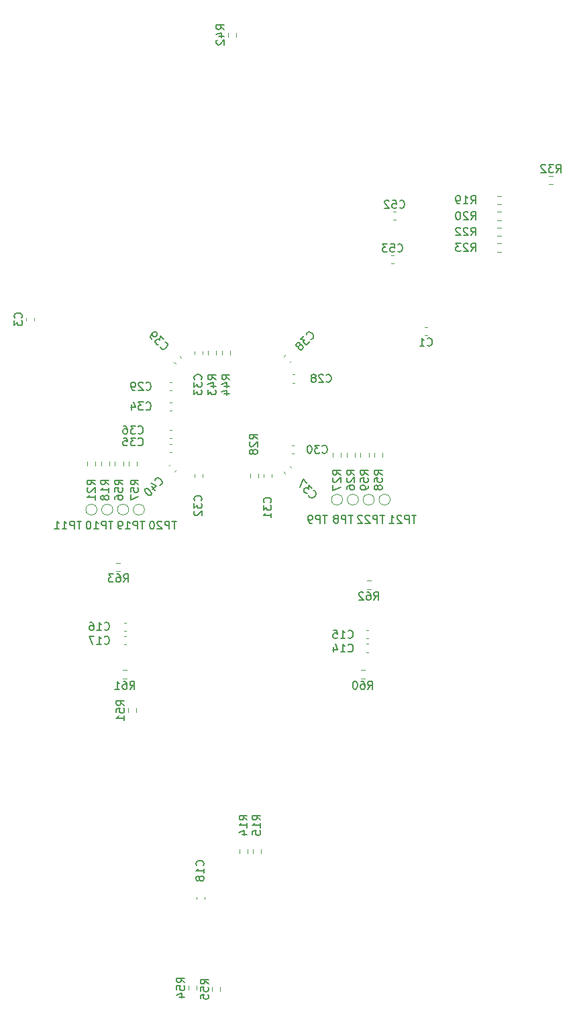
<source format=gbr>
%TF.GenerationSoftware,KiCad,Pcbnew,7.0.8-1.fc38*%
%TF.CreationDate,2023-12-06T13:29:31+01:00*%
%TF.ProjectId,frat,66726174-2e6b-4696-9361-645f70636258,rev?*%
%TF.SameCoordinates,Original*%
%TF.FileFunction,Legend,Bot*%
%TF.FilePolarity,Positive*%
%FSLAX46Y46*%
G04 Gerber Fmt 4.6, Leading zero omitted, Abs format (unit mm)*
G04 Created by KiCad (PCBNEW 7.0.8-1.fc38) date 2023-12-06 13:29:31*
%MOMM*%
%LPD*%
G01*
G04 APERTURE LIST*
%ADD10C,0.150000*%
%ADD11C,0.120000*%
G04 APERTURE END LIST*
D10*
X157142857Y-199384819D02*
X157476190Y-198908628D01*
X157714285Y-199384819D02*
X157714285Y-198384819D01*
X157714285Y-198384819D02*
X157333333Y-198384819D01*
X157333333Y-198384819D02*
X157238095Y-198432438D01*
X157238095Y-198432438D02*
X157190476Y-198480057D01*
X157190476Y-198480057D02*
X157142857Y-198575295D01*
X157142857Y-198575295D02*
X157142857Y-198718152D01*
X157142857Y-198718152D02*
X157190476Y-198813390D01*
X157190476Y-198813390D02*
X157238095Y-198861009D01*
X157238095Y-198861009D02*
X157333333Y-198908628D01*
X157333333Y-198908628D02*
X157714285Y-198908628D01*
X156285714Y-198384819D02*
X156476190Y-198384819D01*
X156476190Y-198384819D02*
X156571428Y-198432438D01*
X156571428Y-198432438D02*
X156619047Y-198480057D01*
X156619047Y-198480057D02*
X156714285Y-198622914D01*
X156714285Y-198622914D02*
X156761904Y-198813390D01*
X156761904Y-198813390D02*
X156761904Y-199194342D01*
X156761904Y-199194342D02*
X156714285Y-199289580D01*
X156714285Y-199289580D02*
X156666666Y-199337200D01*
X156666666Y-199337200D02*
X156571428Y-199384819D01*
X156571428Y-199384819D02*
X156380952Y-199384819D01*
X156380952Y-199384819D02*
X156285714Y-199337200D01*
X156285714Y-199337200D02*
X156238095Y-199289580D01*
X156238095Y-199289580D02*
X156190476Y-199194342D01*
X156190476Y-199194342D02*
X156190476Y-198956247D01*
X156190476Y-198956247D02*
X156238095Y-198861009D01*
X156238095Y-198861009D02*
X156285714Y-198813390D01*
X156285714Y-198813390D02*
X156380952Y-198765771D01*
X156380952Y-198765771D02*
X156571428Y-198765771D01*
X156571428Y-198765771D02*
X156666666Y-198813390D01*
X156666666Y-198813390D02*
X156714285Y-198861009D01*
X156714285Y-198861009D02*
X156761904Y-198956247D01*
X155571428Y-198384819D02*
X155476190Y-198384819D01*
X155476190Y-198384819D02*
X155380952Y-198432438D01*
X155380952Y-198432438D02*
X155333333Y-198480057D01*
X155333333Y-198480057D02*
X155285714Y-198575295D01*
X155285714Y-198575295D02*
X155238095Y-198765771D01*
X155238095Y-198765771D02*
X155238095Y-199003866D01*
X155238095Y-199003866D02*
X155285714Y-199194342D01*
X155285714Y-199194342D02*
X155333333Y-199289580D01*
X155333333Y-199289580D02*
X155380952Y-199337200D01*
X155380952Y-199337200D02*
X155476190Y-199384819D01*
X155476190Y-199384819D02*
X155571428Y-199384819D01*
X155571428Y-199384819D02*
X155666666Y-199337200D01*
X155666666Y-199337200D02*
X155714285Y-199289580D01*
X155714285Y-199289580D02*
X155761904Y-199194342D01*
X155761904Y-199194342D02*
X155809523Y-199003866D01*
X155809523Y-199003866D02*
X155809523Y-198765771D01*
X155809523Y-198765771D02*
X155761904Y-198575295D01*
X155761904Y-198575295D02*
X155714285Y-198480057D01*
X155714285Y-198480057D02*
X155666666Y-198432438D01*
X155666666Y-198432438D02*
X155571428Y-198384819D01*
X126305357Y-185884819D02*
X126638690Y-185408628D01*
X126876785Y-185884819D02*
X126876785Y-184884819D01*
X126876785Y-184884819D02*
X126495833Y-184884819D01*
X126495833Y-184884819D02*
X126400595Y-184932438D01*
X126400595Y-184932438D02*
X126352976Y-184980057D01*
X126352976Y-184980057D02*
X126305357Y-185075295D01*
X126305357Y-185075295D02*
X126305357Y-185218152D01*
X126305357Y-185218152D02*
X126352976Y-185313390D01*
X126352976Y-185313390D02*
X126400595Y-185361009D01*
X126400595Y-185361009D02*
X126495833Y-185408628D01*
X126495833Y-185408628D02*
X126876785Y-185408628D01*
X125448214Y-184884819D02*
X125638690Y-184884819D01*
X125638690Y-184884819D02*
X125733928Y-184932438D01*
X125733928Y-184932438D02*
X125781547Y-184980057D01*
X125781547Y-184980057D02*
X125876785Y-185122914D01*
X125876785Y-185122914D02*
X125924404Y-185313390D01*
X125924404Y-185313390D02*
X125924404Y-185694342D01*
X125924404Y-185694342D02*
X125876785Y-185789580D01*
X125876785Y-185789580D02*
X125829166Y-185837200D01*
X125829166Y-185837200D02*
X125733928Y-185884819D01*
X125733928Y-185884819D02*
X125543452Y-185884819D01*
X125543452Y-185884819D02*
X125448214Y-185837200D01*
X125448214Y-185837200D02*
X125400595Y-185789580D01*
X125400595Y-185789580D02*
X125352976Y-185694342D01*
X125352976Y-185694342D02*
X125352976Y-185456247D01*
X125352976Y-185456247D02*
X125400595Y-185361009D01*
X125400595Y-185361009D02*
X125448214Y-185313390D01*
X125448214Y-185313390D02*
X125543452Y-185265771D01*
X125543452Y-185265771D02*
X125733928Y-185265771D01*
X125733928Y-185265771D02*
X125829166Y-185313390D01*
X125829166Y-185313390D02*
X125876785Y-185361009D01*
X125876785Y-185361009D02*
X125924404Y-185456247D01*
X125019642Y-184884819D02*
X124400595Y-184884819D01*
X124400595Y-184884819D02*
X124733928Y-185265771D01*
X124733928Y-185265771D02*
X124591071Y-185265771D01*
X124591071Y-185265771D02*
X124495833Y-185313390D01*
X124495833Y-185313390D02*
X124448214Y-185361009D01*
X124448214Y-185361009D02*
X124400595Y-185456247D01*
X124400595Y-185456247D02*
X124400595Y-185694342D01*
X124400595Y-185694342D02*
X124448214Y-185789580D01*
X124448214Y-185789580D02*
X124495833Y-185837200D01*
X124495833Y-185837200D02*
X124591071Y-185884819D01*
X124591071Y-185884819D02*
X124876785Y-185884819D01*
X124876785Y-185884819D02*
X124972023Y-185837200D01*
X124972023Y-185837200D02*
X125019642Y-185789580D01*
X157892857Y-188134819D02*
X158226190Y-187658628D01*
X158464285Y-188134819D02*
X158464285Y-187134819D01*
X158464285Y-187134819D02*
X158083333Y-187134819D01*
X158083333Y-187134819D02*
X157988095Y-187182438D01*
X157988095Y-187182438D02*
X157940476Y-187230057D01*
X157940476Y-187230057D02*
X157892857Y-187325295D01*
X157892857Y-187325295D02*
X157892857Y-187468152D01*
X157892857Y-187468152D02*
X157940476Y-187563390D01*
X157940476Y-187563390D02*
X157988095Y-187611009D01*
X157988095Y-187611009D02*
X158083333Y-187658628D01*
X158083333Y-187658628D02*
X158464285Y-187658628D01*
X157035714Y-187134819D02*
X157226190Y-187134819D01*
X157226190Y-187134819D02*
X157321428Y-187182438D01*
X157321428Y-187182438D02*
X157369047Y-187230057D01*
X157369047Y-187230057D02*
X157464285Y-187372914D01*
X157464285Y-187372914D02*
X157511904Y-187563390D01*
X157511904Y-187563390D02*
X157511904Y-187944342D01*
X157511904Y-187944342D02*
X157464285Y-188039580D01*
X157464285Y-188039580D02*
X157416666Y-188087200D01*
X157416666Y-188087200D02*
X157321428Y-188134819D01*
X157321428Y-188134819D02*
X157130952Y-188134819D01*
X157130952Y-188134819D02*
X157035714Y-188087200D01*
X157035714Y-188087200D02*
X156988095Y-188039580D01*
X156988095Y-188039580D02*
X156940476Y-187944342D01*
X156940476Y-187944342D02*
X156940476Y-187706247D01*
X156940476Y-187706247D02*
X156988095Y-187611009D01*
X156988095Y-187611009D02*
X157035714Y-187563390D01*
X157035714Y-187563390D02*
X157130952Y-187515771D01*
X157130952Y-187515771D02*
X157321428Y-187515771D01*
X157321428Y-187515771D02*
X157416666Y-187563390D01*
X157416666Y-187563390D02*
X157464285Y-187611009D01*
X157464285Y-187611009D02*
X157511904Y-187706247D01*
X156559523Y-187230057D02*
X156511904Y-187182438D01*
X156511904Y-187182438D02*
X156416666Y-187134819D01*
X156416666Y-187134819D02*
X156178571Y-187134819D01*
X156178571Y-187134819D02*
X156083333Y-187182438D01*
X156083333Y-187182438D02*
X156035714Y-187230057D01*
X156035714Y-187230057D02*
X155988095Y-187325295D01*
X155988095Y-187325295D02*
X155988095Y-187420533D01*
X155988095Y-187420533D02*
X156035714Y-187563390D01*
X156035714Y-187563390D02*
X156607142Y-188134819D01*
X156607142Y-188134819D02*
X155988095Y-188134819D01*
X127117857Y-199384819D02*
X127451190Y-198908628D01*
X127689285Y-199384819D02*
X127689285Y-198384819D01*
X127689285Y-198384819D02*
X127308333Y-198384819D01*
X127308333Y-198384819D02*
X127213095Y-198432438D01*
X127213095Y-198432438D02*
X127165476Y-198480057D01*
X127165476Y-198480057D02*
X127117857Y-198575295D01*
X127117857Y-198575295D02*
X127117857Y-198718152D01*
X127117857Y-198718152D02*
X127165476Y-198813390D01*
X127165476Y-198813390D02*
X127213095Y-198861009D01*
X127213095Y-198861009D02*
X127308333Y-198908628D01*
X127308333Y-198908628D02*
X127689285Y-198908628D01*
X126260714Y-198384819D02*
X126451190Y-198384819D01*
X126451190Y-198384819D02*
X126546428Y-198432438D01*
X126546428Y-198432438D02*
X126594047Y-198480057D01*
X126594047Y-198480057D02*
X126689285Y-198622914D01*
X126689285Y-198622914D02*
X126736904Y-198813390D01*
X126736904Y-198813390D02*
X126736904Y-199194342D01*
X126736904Y-199194342D02*
X126689285Y-199289580D01*
X126689285Y-199289580D02*
X126641666Y-199337200D01*
X126641666Y-199337200D02*
X126546428Y-199384819D01*
X126546428Y-199384819D02*
X126355952Y-199384819D01*
X126355952Y-199384819D02*
X126260714Y-199337200D01*
X126260714Y-199337200D02*
X126213095Y-199289580D01*
X126213095Y-199289580D02*
X126165476Y-199194342D01*
X126165476Y-199194342D02*
X126165476Y-198956247D01*
X126165476Y-198956247D02*
X126213095Y-198861009D01*
X126213095Y-198861009D02*
X126260714Y-198813390D01*
X126260714Y-198813390D02*
X126355952Y-198765771D01*
X126355952Y-198765771D02*
X126546428Y-198765771D01*
X126546428Y-198765771D02*
X126641666Y-198813390D01*
X126641666Y-198813390D02*
X126689285Y-198861009D01*
X126689285Y-198861009D02*
X126736904Y-198956247D01*
X125213095Y-199384819D02*
X125784523Y-199384819D01*
X125498809Y-199384819D02*
X125498809Y-198384819D01*
X125498809Y-198384819D02*
X125594047Y-198527676D01*
X125594047Y-198527676D02*
X125689285Y-198622914D01*
X125689285Y-198622914D02*
X125784523Y-198670533D01*
X159238094Y-177454819D02*
X158666666Y-177454819D01*
X158952380Y-178454819D02*
X158952380Y-177454819D01*
X158333332Y-178454819D02*
X158333332Y-177454819D01*
X158333332Y-177454819D02*
X157952380Y-177454819D01*
X157952380Y-177454819D02*
X157857142Y-177502438D01*
X157857142Y-177502438D02*
X157809523Y-177550057D01*
X157809523Y-177550057D02*
X157761904Y-177645295D01*
X157761904Y-177645295D02*
X157761904Y-177788152D01*
X157761904Y-177788152D02*
X157809523Y-177883390D01*
X157809523Y-177883390D02*
X157857142Y-177931009D01*
X157857142Y-177931009D02*
X157952380Y-177978628D01*
X157952380Y-177978628D02*
X158333332Y-177978628D01*
X157380951Y-177550057D02*
X157333332Y-177502438D01*
X157333332Y-177502438D02*
X157238094Y-177454819D01*
X157238094Y-177454819D02*
X156999999Y-177454819D01*
X156999999Y-177454819D02*
X156904761Y-177502438D01*
X156904761Y-177502438D02*
X156857142Y-177550057D01*
X156857142Y-177550057D02*
X156809523Y-177645295D01*
X156809523Y-177645295D02*
X156809523Y-177740533D01*
X156809523Y-177740533D02*
X156857142Y-177883390D01*
X156857142Y-177883390D02*
X157428570Y-178454819D01*
X157428570Y-178454819D02*
X156809523Y-178454819D01*
X156428570Y-177550057D02*
X156380951Y-177502438D01*
X156380951Y-177502438D02*
X156285713Y-177454819D01*
X156285713Y-177454819D02*
X156047618Y-177454819D01*
X156047618Y-177454819D02*
X155952380Y-177502438D01*
X155952380Y-177502438D02*
X155904761Y-177550057D01*
X155904761Y-177550057D02*
X155857142Y-177645295D01*
X155857142Y-177645295D02*
X155857142Y-177740533D01*
X155857142Y-177740533D02*
X155904761Y-177883390D01*
X155904761Y-177883390D02*
X156476189Y-178454819D01*
X156476189Y-178454819D02*
X155857142Y-178454819D01*
X163238094Y-177454819D02*
X162666666Y-177454819D01*
X162952380Y-178454819D02*
X162952380Y-177454819D01*
X162333332Y-178454819D02*
X162333332Y-177454819D01*
X162333332Y-177454819D02*
X161952380Y-177454819D01*
X161952380Y-177454819D02*
X161857142Y-177502438D01*
X161857142Y-177502438D02*
X161809523Y-177550057D01*
X161809523Y-177550057D02*
X161761904Y-177645295D01*
X161761904Y-177645295D02*
X161761904Y-177788152D01*
X161761904Y-177788152D02*
X161809523Y-177883390D01*
X161809523Y-177883390D02*
X161857142Y-177931009D01*
X161857142Y-177931009D02*
X161952380Y-177978628D01*
X161952380Y-177978628D02*
X162333332Y-177978628D01*
X161380951Y-177550057D02*
X161333332Y-177502438D01*
X161333332Y-177502438D02*
X161238094Y-177454819D01*
X161238094Y-177454819D02*
X160999999Y-177454819D01*
X160999999Y-177454819D02*
X160904761Y-177502438D01*
X160904761Y-177502438D02*
X160857142Y-177550057D01*
X160857142Y-177550057D02*
X160809523Y-177645295D01*
X160809523Y-177645295D02*
X160809523Y-177740533D01*
X160809523Y-177740533D02*
X160857142Y-177883390D01*
X160857142Y-177883390D02*
X161428570Y-178454819D01*
X161428570Y-178454819D02*
X160809523Y-178454819D01*
X159857142Y-178454819D02*
X160428570Y-178454819D01*
X160142856Y-178454819D02*
X160142856Y-177454819D01*
X160142856Y-177454819D02*
X160238094Y-177597676D01*
X160238094Y-177597676D02*
X160333332Y-177692914D01*
X160333332Y-177692914D02*
X160428570Y-177740533D01*
X132988094Y-178204819D02*
X132416666Y-178204819D01*
X132702380Y-179204819D02*
X132702380Y-178204819D01*
X132083332Y-179204819D02*
X132083332Y-178204819D01*
X132083332Y-178204819D02*
X131702380Y-178204819D01*
X131702380Y-178204819D02*
X131607142Y-178252438D01*
X131607142Y-178252438D02*
X131559523Y-178300057D01*
X131559523Y-178300057D02*
X131511904Y-178395295D01*
X131511904Y-178395295D02*
X131511904Y-178538152D01*
X131511904Y-178538152D02*
X131559523Y-178633390D01*
X131559523Y-178633390D02*
X131607142Y-178681009D01*
X131607142Y-178681009D02*
X131702380Y-178728628D01*
X131702380Y-178728628D02*
X132083332Y-178728628D01*
X131130951Y-178300057D02*
X131083332Y-178252438D01*
X131083332Y-178252438D02*
X130988094Y-178204819D01*
X130988094Y-178204819D02*
X130749999Y-178204819D01*
X130749999Y-178204819D02*
X130654761Y-178252438D01*
X130654761Y-178252438D02*
X130607142Y-178300057D01*
X130607142Y-178300057D02*
X130559523Y-178395295D01*
X130559523Y-178395295D02*
X130559523Y-178490533D01*
X130559523Y-178490533D02*
X130607142Y-178633390D01*
X130607142Y-178633390D02*
X131178570Y-179204819D01*
X131178570Y-179204819D02*
X130559523Y-179204819D01*
X129940475Y-178204819D02*
X129845237Y-178204819D01*
X129845237Y-178204819D02*
X129749999Y-178252438D01*
X129749999Y-178252438D02*
X129702380Y-178300057D01*
X129702380Y-178300057D02*
X129654761Y-178395295D01*
X129654761Y-178395295D02*
X129607142Y-178585771D01*
X129607142Y-178585771D02*
X129607142Y-178823866D01*
X129607142Y-178823866D02*
X129654761Y-179014342D01*
X129654761Y-179014342D02*
X129702380Y-179109580D01*
X129702380Y-179109580D02*
X129749999Y-179157200D01*
X129749999Y-179157200D02*
X129845237Y-179204819D01*
X129845237Y-179204819D02*
X129940475Y-179204819D01*
X129940475Y-179204819D02*
X130035713Y-179157200D01*
X130035713Y-179157200D02*
X130083332Y-179109580D01*
X130083332Y-179109580D02*
X130130951Y-179014342D01*
X130130951Y-179014342D02*
X130178570Y-178823866D01*
X130178570Y-178823866D02*
X130178570Y-178585771D01*
X130178570Y-178585771D02*
X130130951Y-178395295D01*
X130130951Y-178395295D02*
X130083332Y-178300057D01*
X130083332Y-178300057D02*
X130035713Y-178252438D01*
X130035713Y-178252438D02*
X129940475Y-178204819D01*
X128988094Y-178204819D02*
X128416666Y-178204819D01*
X128702380Y-179204819D02*
X128702380Y-178204819D01*
X128083332Y-179204819D02*
X128083332Y-178204819D01*
X128083332Y-178204819D02*
X127702380Y-178204819D01*
X127702380Y-178204819D02*
X127607142Y-178252438D01*
X127607142Y-178252438D02*
X127559523Y-178300057D01*
X127559523Y-178300057D02*
X127511904Y-178395295D01*
X127511904Y-178395295D02*
X127511904Y-178538152D01*
X127511904Y-178538152D02*
X127559523Y-178633390D01*
X127559523Y-178633390D02*
X127607142Y-178681009D01*
X127607142Y-178681009D02*
X127702380Y-178728628D01*
X127702380Y-178728628D02*
X128083332Y-178728628D01*
X126559523Y-179204819D02*
X127130951Y-179204819D01*
X126845237Y-179204819D02*
X126845237Y-178204819D01*
X126845237Y-178204819D02*
X126940475Y-178347676D01*
X126940475Y-178347676D02*
X127035713Y-178442914D01*
X127035713Y-178442914D02*
X127130951Y-178490533D01*
X126083332Y-179204819D02*
X125892856Y-179204819D01*
X125892856Y-179204819D02*
X125797618Y-179157200D01*
X125797618Y-179157200D02*
X125749999Y-179109580D01*
X125749999Y-179109580D02*
X125654761Y-178966723D01*
X125654761Y-178966723D02*
X125607142Y-178776247D01*
X125607142Y-178776247D02*
X125607142Y-178395295D01*
X125607142Y-178395295D02*
X125654761Y-178300057D01*
X125654761Y-178300057D02*
X125702380Y-178252438D01*
X125702380Y-178252438D02*
X125797618Y-178204819D01*
X125797618Y-178204819D02*
X125988094Y-178204819D01*
X125988094Y-178204819D02*
X126083332Y-178252438D01*
X126083332Y-178252438D02*
X126130951Y-178300057D01*
X126130951Y-178300057D02*
X126178570Y-178395295D01*
X126178570Y-178395295D02*
X126178570Y-178633390D01*
X126178570Y-178633390D02*
X126130951Y-178728628D01*
X126130951Y-178728628D02*
X126083332Y-178776247D01*
X126083332Y-178776247D02*
X125988094Y-178823866D01*
X125988094Y-178823866D02*
X125797618Y-178823866D01*
X125797618Y-178823866D02*
X125702380Y-178776247D01*
X125702380Y-178776247D02*
X125654761Y-178728628D01*
X125654761Y-178728628D02*
X125607142Y-178633390D01*
X120988094Y-178204819D02*
X120416666Y-178204819D01*
X120702380Y-179204819D02*
X120702380Y-178204819D01*
X120083332Y-179204819D02*
X120083332Y-178204819D01*
X120083332Y-178204819D02*
X119702380Y-178204819D01*
X119702380Y-178204819D02*
X119607142Y-178252438D01*
X119607142Y-178252438D02*
X119559523Y-178300057D01*
X119559523Y-178300057D02*
X119511904Y-178395295D01*
X119511904Y-178395295D02*
X119511904Y-178538152D01*
X119511904Y-178538152D02*
X119559523Y-178633390D01*
X119559523Y-178633390D02*
X119607142Y-178681009D01*
X119607142Y-178681009D02*
X119702380Y-178728628D01*
X119702380Y-178728628D02*
X120083332Y-178728628D01*
X118559523Y-179204819D02*
X119130951Y-179204819D01*
X118845237Y-179204819D02*
X118845237Y-178204819D01*
X118845237Y-178204819D02*
X118940475Y-178347676D01*
X118940475Y-178347676D02*
X119035713Y-178442914D01*
X119035713Y-178442914D02*
X119130951Y-178490533D01*
X117607142Y-179204819D02*
X118178570Y-179204819D01*
X117892856Y-179204819D02*
X117892856Y-178204819D01*
X117892856Y-178204819D02*
X117988094Y-178347676D01*
X117988094Y-178347676D02*
X118083332Y-178442914D01*
X118083332Y-178442914D02*
X118178570Y-178490533D01*
X124988094Y-178204819D02*
X124416666Y-178204819D01*
X124702380Y-179204819D02*
X124702380Y-178204819D01*
X124083332Y-179204819D02*
X124083332Y-178204819D01*
X124083332Y-178204819D02*
X123702380Y-178204819D01*
X123702380Y-178204819D02*
X123607142Y-178252438D01*
X123607142Y-178252438D02*
X123559523Y-178300057D01*
X123559523Y-178300057D02*
X123511904Y-178395295D01*
X123511904Y-178395295D02*
X123511904Y-178538152D01*
X123511904Y-178538152D02*
X123559523Y-178633390D01*
X123559523Y-178633390D02*
X123607142Y-178681009D01*
X123607142Y-178681009D02*
X123702380Y-178728628D01*
X123702380Y-178728628D02*
X124083332Y-178728628D01*
X122559523Y-179204819D02*
X123130951Y-179204819D01*
X122845237Y-179204819D02*
X122845237Y-178204819D01*
X122845237Y-178204819D02*
X122940475Y-178347676D01*
X122940475Y-178347676D02*
X123035713Y-178442914D01*
X123035713Y-178442914D02*
X123130951Y-178490533D01*
X121940475Y-178204819D02*
X121845237Y-178204819D01*
X121845237Y-178204819D02*
X121749999Y-178252438D01*
X121749999Y-178252438D02*
X121702380Y-178300057D01*
X121702380Y-178300057D02*
X121654761Y-178395295D01*
X121654761Y-178395295D02*
X121607142Y-178585771D01*
X121607142Y-178585771D02*
X121607142Y-178823866D01*
X121607142Y-178823866D02*
X121654761Y-179014342D01*
X121654761Y-179014342D02*
X121702380Y-179109580D01*
X121702380Y-179109580D02*
X121749999Y-179157200D01*
X121749999Y-179157200D02*
X121845237Y-179204819D01*
X121845237Y-179204819D02*
X121940475Y-179204819D01*
X121940475Y-179204819D02*
X122035713Y-179157200D01*
X122035713Y-179157200D02*
X122083332Y-179109580D01*
X122083332Y-179109580D02*
X122130951Y-179014342D01*
X122130951Y-179014342D02*
X122178570Y-178823866D01*
X122178570Y-178823866D02*
X122178570Y-178585771D01*
X122178570Y-178585771D02*
X122130951Y-178395295D01*
X122130951Y-178395295D02*
X122083332Y-178300057D01*
X122083332Y-178300057D02*
X122035713Y-178252438D01*
X122035713Y-178252438D02*
X121940475Y-178204819D01*
X152011904Y-177454819D02*
X151440476Y-177454819D01*
X151726190Y-178454819D02*
X151726190Y-177454819D01*
X151107142Y-178454819D02*
X151107142Y-177454819D01*
X151107142Y-177454819D02*
X150726190Y-177454819D01*
X150726190Y-177454819D02*
X150630952Y-177502438D01*
X150630952Y-177502438D02*
X150583333Y-177550057D01*
X150583333Y-177550057D02*
X150535714Y-177645295D01*
X150535714Y-177645295D02*
X150535714Y-177788152D01*
X150535714Y-177788152D02*
X150583333Y-177883390D01*
X150583333Y-177883390D02*
X150630952Y-177931009D01*
X150630952Y-177931009D02*
X150726190Y-177978628D01*
X150726190Y-177978628D02*
X151107142Y-177978628D01*
X150059523Y-178454819D02*
X149869047Y-178454819D01*
X149869047Y-178454819D02*
X149773809Y-178407200D01*
X149773809Y-178407200D02*
X149726190Y-178359580D01*
X149726190Y-178359580D02*
X149630952Y-178216723D01*
X149630952Y-178216723D02*
X149583333Y-178026247D01*
X149583333Y-178026247D02*
X149583333Y-177645295D01*
X149583333Y-177645295D02*
X149630952Y-177550057D01*
X149630952Y-177550057D02*
X149678571Y-177502438D01*
X149678571Y-177502438D02*
X149773809Y-177454819D01*
X149773809Y-177454819D02*
X149964285Y-177454819D01*
X149964285Y-177454819D02*
X150059523Y-177502438D01*
X150059523Y-177502438D02*
X150107142Y-177550057D01*
X150107142Y-177550057D02*
X150154761Y-177645295D01*
X150154761Y-177645295D02*
X150154761Y-177883390D01*
X150154761Y-177883390D02*
X150107142Y-177978628D01*
X150107142Y-177978628D02*
X150059523Y-178026247D01*
X150059523Y-178026247D02*
X149964285Y-178073866D01*
X149964285Y-178073866D02*
X149773809Y-178073866D01*
X149773809Y-178073866D02*
X149678571Y-178026247D01*
X149678571Y-178026247D02*
X149630952Y-177978628D01*
X149630952Y-177978628D02*
X149583333Y-177883390D01*
X155261904Y-177454819D02*
X154690476Y-177454819D01*
X154976190Y-178454819D02*
X154976190Y-177454819D01*
X154357142Y-178454819D02*
X154357142Y-177454819D01*
X154357142Y-177454819D02*
X153976190Y-177454819D01*
X153976190Y-177454819D02*
X153880952Y-177502438D01*
X153880952Y-177502438D02*
X153833333Y-177550057D01*
X153833333Y-177550057D02*
X153785714Y-177645295D01*
X153785714Y-177645295D02*
X153785714Y-177788152D01*
X153785714Y-177788152D02*
X153833333Y-177883390D01*
X153833333Y-177883390D02*
X153880952Y-177931009D01*
X153880952Y-177931009D02*
X153976190Y-177978628D01*
X153976190Y-177978628D02*
X154357142Y-177978628D01*
X153214285Y-177883390D02*
X153309523Y-177835771D01*
X153309523Y-177835771D02*
X153357142Y-177788152D01*
X153357142Y-177788152D02*
X153404761Y-177692914D01*
X153404761Y-177692914D02*
X153404761Y-177645295D01*
X153404761Y-177645295D02*
X153357142Y-177550057D01*
X153357142Y-177550057D02*
X153309523Y-177502438D01*
X153309523Y-177502438D02*
X153214285Y-177454819D01*
X153214285Y-177454819D02*
X153023809Y-177454819D01*
X153023809Y-177454819D02*
X152928571Y-177502438D01*
X152928571Y-177502438D02*
X152880952Y-177550057D01*
X152880952Y-177550057D02*
X152833333Y-177645295D01*
X152833333Y-177645295D02*
X152833333Y-177692914D01*
X152833333Y-177692914D02*
X152880952Y-177788152D01*
X152880952Y-177788152D02*
X152928571Y-177835771D01*
X152928571Y-177835771D02*
X153023809Y-177883390D01*
X153023809Y-177883390D02*
X153214285Y-177883390D01*
X153214285Y-177883390D02*
X153309523Y-177931009D01*
X153309523Y-177931009D02*
X153357142Y-177978628D01*
X153357142Y-177978628D02*
X153404761Y-178073866D01*
X153404761Y-178073866D02*
X153404761Y-178264342D01*
X153404761Y-178264342D02*
X153357142Y-178359580D01*
X153357142Y-178359580D02*
X153309523Y-178407200D01*
X153309523Y-178407200D02*
X153214285Y-178454819D01*
X153214285Y-178454819D02*
X153023809Y-178454819D01*
X153023809Y-178454819D02*
X152928571Y-178407200D01*
X152928571Y-178407200D02*
X152880952Y-178359580D01*
X152880952Y-178359580D02*
X152833333Y-178264342D01*
X152833333Y-178264342D02*
X152833333Y-178073866D01*
X152833333Y-178073866D02*
X152880952Y-177978628D01*
X152880952Y-177978628D02*
X152928571Y-177931009D01*
X152928571Y-177931009D02*
X153023809Y-177883390D01*
X157204819Y-172357142D02*
X156728628Y-172023809D01*
X157204819Y-171785714D02*
X156204819Y-171785714D01*
X156204819Y-171785714D02*
X156204819Y-172166666D01*
X156204819Y-172166666D02*
X156252438Y-172261904D01*
X156252438Y-172261904D02*
X156300057Y-172309523D01*
X156300057Y-172309523D02*
X156395295Y-172357142D01*
X156395295Y-172357142D02*
X156538152Y-172357142D01*
X156538152Y-172357142D02*
X156633390Y-172309523D01*
X156633390Y-172309523D02*
X156681009Y-172261904D01*
X156681009Y-172261904D02*
X156728628Y-172166666D01*
X156728628Y-172166666D02*
X156728628Y-171785714D01*
X156204819Y-173261904D02*
X156204819Y-172785714D01*
X156204819Y-172785714D02*
X156681009Y-172738095D01*
X156681009Y-172738095D02*
X156633390Y-172785714D01*
X156633390Y-172785714D02*
X156585771Y-172880952D01*
X156585771Y-172880952D02*
X156585771Y-173119047D01*
X156585771Y-173119047D02*
X156633390Y-173214285D01*
X156633390Y-173214285D02*
X156681009Y-173261904D01*
X156681009Y-173261904D02*
X156776247Y-173309523D01*
X156776247Y-173309523D02*
X157014342Y-173309523D01*
X157014342Y-173309523D02*
X157109580Y-173261904D01*
X157109580Y-173261904D02*
X157157200Y-173214285D01*
X157157200Y-173214285D02*
X157204819Y-173119047D01*
X157204819Y-173119047D02*
X157204819Y-172880952D01*
X157204819Y-172880952D02*
X157157200Y-172785714D01*
X157157200Y-172785714D02*
X157109580Y-172738095D01*
X157204819Y-173785714D02*
X157204819Y-173976190D01*
X157204819Y-173976190D02*
X157157200Y-174071428D01*
X157157200Y-174071428D02*
X157109580Y-174119047D01*
X157109580Y-174119047D02*
X156966723Y-174214285D01*
X156966723Y-174214285D02*
X156776247Y-174261904D01*
X156776247Y-174261904D02*
X156395295Y-174261904D01*
X156395295Y-174261904D02*
X156300057Y-174214285D01*
X156300057Y-174214285D02*
X156252438Y-174166666D01*
X156252438Y-174166666D02*
X156204819Y-174071428D01*
X156204819Y-174071428D02*
X156204819Y-173880952D01*
X156204819Y-173880952D02*
X156252438Y-173785714D01*
X156252438Y-173785714D02*
X156300057Y-173738095D01*
X156300057Y-173738095D02*
X156395295Y-173690476D01*
X156395295Y-173690476D02*
X156633390Y-173690476D01*
X156633390Y-173690476D02*
X156728628Y-173738095D01*
X156728628Y-173738095D02*
X156776247Y-173785714D01*
X156776247Y-173785714D02*
X156823866Y-173880952D01*
X156823866Y-173880952D02*
X156823866Y-174071428D01*
X156823866Y-174071428D02*
X156776247Y-174166666D01*
X156776247Y-174166666D02*
X156728628Y-174214285D01*
X156728628Y-174214285D02*
X156633390Y-174261904D01*
X158954819Y-172357142D02*
X158478628Y-172023809D01*
X158954819Y-171785714D02*
X157954819Y-171785714D01*
X157954819Y-171785714D02*
X157954819Y-172166666D01*
X157954819Y-172166666D02*
X158002438Y-172261904D01*
X158002438Y-172261904D02*
X158050057Y-172309523D01*
X158050057Y-172309523D02*
X158145295Y-172357142D01*
X158145295Y-172357142D02*
X158288152Y-172357142D01*
X158288152Y-172357142D02*
X158383390Y-172309523D01*
X158383390Y-172309523D02*
X158431009Y-172261904D01*
X158431009Y-172261904D02*
X158478628Y-172166666D01*
X158478628Y-172166666D02*
X158478628Y-171785714D01*
X157954819Y-173261904D02*
X157954819Y-172785714D01*
X157954819Y-172785714D02*
X158431009Y-172738095D01*
X158431009Y-172738095D02*
X158383390Y-172785714D01*
X158383390Y-172785714D02*
X158335771Y-172880952D01*
X158335771Y-172880952D02*
X158335771Y-173119047D01*
X158335771Y-173119047D02*
X158383390Y-173214285D01*
X158383390Y-173214285D02*
X158431009Y-173261904D01*
X158431009Y-173261904D02*
X158526247Y-173309523D01*
X158526247Y-173309523D02*
X158764342Y-173309523D01*
X158764342Y-173309523D02*
X158859580Y-173261904D01*
X158859580Y-173261904D02*
X158907200Y-173214285D01*
X158907200Y-173214285D02*
X158954819Y-173119047D01*
X158954819Y-173119047D02*
X158954819Y-172880952D01*
X158954819Y-172880952D02*
X158907200Y-172785714D01*
X158907200Y-172785714D02*
X158859580Y-172738095D01*
X158383390Y-173880952D02*
X158335771Y-173785714D01*
X158335771Y-173785714D02*
X158288152Y-173738095D01*
X158288152Y-173738095D02*
X158192914Y-173690476D01*
X158192914Y-173690476D02*
X158145295Y-173690476D01*
X158145295Y-173690476D02*
X158050057Y-173738095D01*
X158050057Y-173738095D02*
X158002438Y-173785714D01*
X158002438Y-173785714D02*
X157954819Y-173880952D01*
X157954819Y-173880952D02*
X157954819Y-174071428D01*
X157954819Y-174071428D02*
X158002438Y-174166666D01*
X158002438Y-174166666D02*
X158050057Y-174214285D01*
X158050057Y-174214285D02*
X158145295Y-174261904D01*
X158145295Y-174261904D02*
X158192914Y-174261904D01*
X158192914Y-174261904D02*
X158288152Y-174214285D01*
X158288152Y-174214285D02*
X158335771Y-174166666D01*
X158335771Y-174166666D02*
X158383390Y-174071428D01*
X158383390Y-174071428D02*
X158383390Y-173880952D01*
X158383390Y-173880952D02*
X158431009Y-173785714D01*
X158431009Y-173785714D02*
X158478628Y-173738095D01*
X158478628Y-173738095D02*
X158573866Y-173690476D01*
X158573866Y-173690476D02*
X158764342Y-173690476D01*
X158764342Y-173690476D02*
X158859580Y-173738095D01*
X158859580Y-173738095D02*
X158907200Y-173785714D01*
X158907200Y-173785714D02*
X158954819Y-173880952D01*
X158954819Y-173880952D02*
X158954819Y-174071428D01*
X158954819Y-174071428D02*
X158907200Y-174166666D01*
X158907200Y-174166666D02*
X158859580Y-174214285D01*
X158859580Y-174214285D02*
X158764342Y-174261904D01*
X158764342Y-174261904D02*
X158573866Y-174261904D01*
X158573866Y-174261904D02*
X158478628Y-174214285D01*
X158478628Y-174214285D02*
X158431009Y-174166666D01*
X158431009Y-174166666D02*
X158383390Y-174071428D01*
X128204819Y-173607142D02*
X127728628Y-173273809D01*
X128204819Y-173035714D02*
X127204819Y-173035714D01*
X127204819Y-173035714D02*
X127204819Y-173416666D01*
X127204819Y-173416666D02*
X127252438Y-173511904D01*
X127252438Y-173511904D02*
X127300057Y-173559523D01*
X127300057Y-173559523D02*
X127395295Y-173607142D01*
X127395295Y-173607142D02*
X127538152Y-173607142D01*
X127538152Y-173607142D02*
X127633390Y-173559523D01*
X127633390Y-173559523D02*
X127681009Y-173511904D01*
X127681009Y-173511904D02*
X127728628Y-173416666D01*
X127728628Y-173416666D02*
X127728628Y-173035714D01*
X127204819Y-174511904D02*
X127204819Y-174035714D01*
X127204819Y-174035714D02*
X127681009Y-173988095D01*
X127681009Y-173988095D02*
X127633390Y-174035714D01*
X127633390Y-174035714D02*
X127585771Y-174130952D01*
X127585771Y-174130952D02*
X127585771Y-174369047D01*
X127585771Y-174369047D02*
X127633390Y-174464285D01*
X127633390Y-174464285D02*
X127681009Y-174511904D01*
X127681009Y-174511904D02*
X127776247Y-174559523D01*
X127776247Y-174559523D02*
X128014342Y-174559523D01*
X128014342Y-174559523D02*
X128109580Y-174511904D01*
X128109580Y-174511904D02*
X128157200Y-174464285D01*
X128157200Y-174464285D02*
X128204819Y-174369047D01*
X128204819Y-174369047D02*
X128204819Y-174130952D01*
X128204819Y-174130952D02*
X128157200Y-174035714D01*
X128157200Y-174035714D02*
X128109580Y-173988095D01*
X127204819Y-174892857D02*
X127204819Y-175559523D01*
X127204819Y-175559523D02*
X128204819Y-175130952D01*
X126204819Y-173607142D02*
X125728628Y-173273809D01*
X126204819Y-173035714D02*
X125204819Y-173035714D01*
X125204819Y-173035714D02*
X125204819Y-173416666D01*
X125204819Y-173416666D02*
X125252438Y-173511904D01*
X125252438Y-173511904D02*
X125300057Y-173559523D01*
X125300057Y-173559523D02*
X125395295Y-173607142D01*
X125395295Y-173607142D02*
X125538152Y-173607142D01*
X125538152Y-173607142D02*
X125633390Y-173559523D01*
X125633390Y-173559523D02*
X125681009Y-173511904D01*
X125681009Y-173511904D02*
X125728628Y-173416666D01*
X125728628Y-173416666D02*
X125728628Y-173035714D01*
X125204819Y-174511904D02*
X125204819Y-174035714D01*
X125204819Y-174035714D02*
X125681009Y-173988095D01*
X125681009Y-173988095D02*
X125633390Y-174035714D01*
X125633390Y-174035714D02*
X125585771Y-174130952D01*
X125585771Y-174130952D02*
X125585771Y-174369047D01*
X125585771Y-174369047D02*
X125633390Y-174464285D01*
X125633390Y-174464285D02*
X125681009Y-174511904D01*
X125681009Y-174511904D02*
X125776247Y-174559523D01*
X125776247Y-174559523D02*
X126014342Y-174559523D01*
X126014342Y-174559523D02*
X126109580Y-174511904D01*
X126109580Y-174511904D02*
X126157200Y-174464285D01*
X126157200Y-174464285D02*
X126204819Y-174369047D01*
X126204819Y-174369047D02*
X126204819Y-174130952D01*
X126204819Y-174130952D02*
X126157200Y-174035714D01*
X126157200Y-174035714D02*
X126109580Y-173988095D01*
X125204819Y-175416666D02*
X125204819Y-175226190D01*
X125204819Y-175226190D02*
X125252438Y-175130952D01*
X125252438Y-175130952D02*
X125300057Y-175083333D01*
X125300057Y-175083333D02*
X125442914Y-174988095D01*
X125442914Y-174988095D02*
X125633390Y-174940476D01*
X125633390Y-174940476D02*
X126014342Y-174940476D01*
X126014342Y-174940476D02*
X126109580Y-174988095D01*
X126109580Y-174988095D02*
X126157200Y-175035714D01*
X126157200Y-175035714D02*
X126204819Y-175130952D01*
X126204819Y-175130952D02*
X126204819Y-175321428D01*
X126204819Y-175321428D02*
X126157200Y-175416666D01*
X126157200Y-175416666D02*
X126109580Y-175464285D01*
X126109580Y-175464285D02*
X126014342Y-175511904D01*
X126014342Y-175511904D02*
X125776247Y-175511904D01*
X125776247Y-175511904D02*
X125681009Y-175464285D01*
X125681009Y-175464285D02*
X125633390Y-175416666D01*
X125633390Y-175416666D02*
X125585771Y-175321428D01*
X125585771Y-175321428D02*
X125585771Y-175130952D01*
X125585771Y-175130952D02*
X125633390Y-175035714D01*
X125633390Y-175035714D02*
X125681009Y-174988095D01*
X125681009Y-174988095D02*
X125776247Y-174940476D01*
X153704819Y-172357142D02*
X153228628Y-172023809D01*
X153704819Y-171785714D02*
X152704819Y-171785714D01*
X152704819Y-171785714D02*
X152704819Y-172166666D01*
X152704819Y-172166666D02*
X152752438Y-172261904D01*
X152752438Y-172261904D02*
X152800057Y-172309523D01*
X152800057Y-172309523D02*
X152895295Y-172357142D01*
X152895295Y-172357142D02*
X153038152Y-172357142D01*
X153038152Y-172357142D02*
X153133390Y-172309523D01*
X153133390Y-172309523D02*
X153181009Y-172261904D01*
X153181009Y-172261904D02*
X153228628Y-172166666D01*
X153228628Y-172166666D02*
X153228628Y-171785714D01*
X152800057Y-172738095D02*
X152752438Y-172785714D01*
X152752438Y-172785714D02*
X152704819Y-172880952D01*
X152704819Y-172880952D02*
X152704819Y-173119047D01*
X152704819Y-173119047D02*
X152752438Y-173214285D01*
X152752438Y-173214285D02*
X152800057Y-173261904D01*
X152800057Y-173261904D02*
X152895295Y-173309523D01*
X152895295Y-173309523D02*
X152990533Y-173309523D01*
X152990533Y-173309523D02*
X153133390Y-173261904D01*
X153133390Y-173261904D02*
X153704819Y-172690476D01*
X153704819Y-172690476D02*
X153704819Y-173309523D01*
X152704819Y-173642857D02*
X152704819Y-174309523D01*
X152704819Y-174309523D02*
X153704819Y-173880952D01*
X155454819Y-172357142D02*
X154978628Y-172023809D01*
X155454819Y-171785714D02*
X154454819Y-171785714D01*
X154454819Y-171785714D02*
X154454819Y-172166666D01*
X154454819Y-172166666D02*
X154502438Y-172261904D01*
X154502438Y-172261904D02*
X154550057Y-172309523D01*
X154550057Y-172309523D02*
X154645295Y-172357142D01*
X154645295Y-172357142D02*
X154788152Y-172357142D01*
X154788152Y-172357142D02*
X154883390Y-172309523D01*
X154883390Y-172309523D02*
X154931009Y-172261904D01*
X154931009Y-172261904D02*
X154978628Y-172166666D01*
X154978628Y-172166666D02*
X154978628Y-171785714D01*
X154550057Y-172738095D02*
X154502438Y-172785714D01*
X154502438Y-172785714D02*
X154454819Y-172880952D01*
X154454819Y-172880952D02*
X154454819Y-173119047D01*
X154454819Y-173119047D02*
X154502438Y-173214285D01*
X154502438Y-173214285D02*
X154550057Y-173261904D01*
X154550057Y-173261904D02*
X154645295Y-173309523D01*
X154645295Y-173309523D02*
X154740533Y-173309523D01*
X154740533Y-173309523D02*
X154883390Y-173261904D01*
X154883390Y-173261904D02*
X155454819Y-172690476D01*
X155454819Y-172690476D02*
X155454819Y-173309523D01*
X154454819Y-174166666D02*
X154454819Y-173976190D01*
X154454819Y-173976190D02*
X154502438Y-173880952D01*
X154502438Y-173880952D02*
X154550057Y-173833333D01*
X154550057Y-173833333D02*
X154692914Y-173738095D01*
X154692914Y-173738095D02*
X154883390Y-173690476D01*
X154883390Y-173690476D02*
X155264342Y-173690476D01*
X155264342Y-173690476D02*
X155359580Y-173738095D01*
X155359580Y-173738095D02*
X155407200Y-173785714D01*
X155407200Y-173785714D02*
X155454819Y-173880952D01*
X155454819Y-173880952D02*
X155454819Y-174071428D01*
X155454819Y-174071428D02*
X155407200Y-174166666D01*
X155407200Y-174166666D02*
X155359580Y-174214285D01*
X155359580Y-174214285D02*
X155264342Y-174261904D01*
X155264342Y-174261904D02*
X155026247Y-174261904D01*
X155026247Y-174261904D02*
X154931009Y-174214285D01*
X154931009Y-174214285D02*
X154883390Y-174166666D01*
X154883390Y-174166666D02*
X154835771Y-174071428D01*
X154835771Y-174071428D02*
X154835771Y-173880952D01*
X154835771Y-173880952D02*
X154883390Y-173785714D01*
X154883390Y-173785714D02*
X154931009Y-173738095D01*
X154931009Y-173738095D02*
X155026247Y-173690476D01*
X122704819Y-173607142D02*
X122228628Y-173273809D01*
X122704819Y-173035714D02*
X121704819Y-173035714D01*
X121704819Y-173035714D02*
X121704819Y-173416666D01*
X121704819Y-173416666D02*
X121752438Y-173511904D01*
X121752438Y-173511904D02*
X121800057Y-173559523D01*
X121800057Y-173559523D02*
X121895295Y-173607142D01*
X121895295Y-173607142D02*
X122038152Y-173607142D01*
X122038152Y-173607142D02*
X122133390Y-173559523D01*
X122133390Y-173559523D02*
X122181009Y-173511904D01*
X122181009Y-173511904D02*
X122228628Y-173416666D01*
X122228628Y-173416666D02*
X122228628Y-173035714D01*
X121800057Y-173988095D02*
X121752438Y-174035714D01*
X121752438Y-174035714D02*
X121704819Y-174130952D01*
X121704819Y-174130952D02*
X121704819Y-174369047D01*
X121704819Y-174369047D02*
X121752438Y-174464285D01*
X121752438Y-174464285D02*
X121800057Y-174511904D01*
X121800057Y-174511904D02*
X121895295Y-174559523D01*
X121895295Y-174559523D02*
X121990533Y-174559523D01*
X121990533Y-174559523D02*
X122133390Y-174511904D01*
X122133390Y-174511904D02*
X122704819Y-173940476D01*
X122704819Y-173940476D02*
X122704819Y-174559523D01*
X122704819Y-175511904D02*
X122704819Y-174940476D01*
X122704819Y-175226190D02*
X121704819Y-175226190D01*
X121704819Y-175226190D02*
X121847676Y-175130952D01*
X121847676Y-175130952D02*
X121942914Y-175035714D01*
X121942914Y-175035714D02*
X121990533Y-174940476D01*
X124454819Y-173607142D02*
X123978628Y-173273809D01*
X124454819Y-173035714D02*
X123454819Y-173035714D01*
X123454819Y-173035714D02*
X123454819Y-173416666D01*
X123454819Y-173416666D02*
X123502438Y-173511904D01*
X123502438Y-173511904D02*
X123550057Y-173559523D01*
X123550057Y-173559523D02*
X123645295Y-173607142D01*
X123645295Y-173607142D02*
X123788152Y-173607142D01*
X123788152Y-173607142D02*
X123883390Y-173559523D01*
X123883390Y-173559523D02*
X123931009Y-173511904D01*
X123931009Y-173511904D02*
X123978628Y-173416666D01*
X123978628Y-173416666D02*
X123978628Y-173035714D01*
X124454819Y-174559523D02*
X124454819Y-173988095D01*
X124454819Y-174273809D02*
X123454819Y-174273809D01*
X123454819Y-174273809D02*
X123597676Y-174178571D01*
X123597676Y-174178571D02*
X123692914Y-174083333D01*
X123692914Y-174083333D02*
X123740533Y-173988095D01*
X123883390Y-175130952D02*
X123835771Y-175035714D01*
X123835771Y-175035714D02*
X123788152Y-174988095D01*
X123788152Y-174988095D02*
X123692914Y-174940476D01*
X123692914Y-174940476D02*
X123645295Y-174940476D01*
X123645295Y-174940476D02*
X123550057Y-174988095D01*
X123550057Y-174988095D02*
X123502438Y-175035714D01*
X123502438Y-175035714D02*
X123454819Y-175130952D01*
X123454819Y-175130952D02*
X123454819Y-175321428D01*
X123454819Y-175321428D02*
X123502438Y-175416666D01*
X123502438Y-175416666D02*
X123550057Y-175464285D01*
X123550057Y-175464285D02*
X123645295Y-175511904D01*
X123645295Y-175511904D02*
X123692914Y-175511904D01*
X123692914Y-175511904D02*
X123788152Y-175464285D01*
X123788152Y-175464285D02*
X123835771Y-175416666D01*
X123835771Y-175416666D02*
X123883390Y-175321428D01*
X123883390Y-175321428D02*
X123883390Y-175130952D01*
X123883390Y-175130952D02*
X123931009Y-175035714D01*
X123931009Y-175035714D02*
X123978628Y-174988095D01*
X123978628Y-174988095D02*
X124073866Y-174940476D01*
X124073866Y-174940476D02*
X124264342Y-174940476D01*
X124264342Y-174940476D02*
X124359580Y-174988095D01*
X124359580Y-174988095D02*
X124407200Y-175035714D01*
X124407200Y-175035714D02*
X124454819Y-175130952D01*
X124454819Y-175130952D02*
X124454819Y-175321428D01*
X124454819Y-175321428D02*
X124407200Y-175416666D01*
X124407200Y-175416666D02*
X124359580Y-175464285D01*
X124359580Y-175464285D02*
X124264342Y-175511904D01*
X124264342Y-175511904D02*
X124073866Y-175511904D01*
X124073866Y-175511904D02*
X123978628Y-175464285D01*
X123978628Y-175464285D02*
X123931009Y-175416666D01*
X123931009Y-175416666D02*
X123883390Y-175321428D01*
X137024819Y-236519642D02*
X136548628Y-236186309D01*
X137024819Y-235948214D02*
X136024819Y-235948214D01*
X136024819Y-235948214D02*
X136024819Y-236329166D01*
X136024819Y-236329166D02*
X136072438Y-236424404D01*
X136072438Y-236424404D02*
X136120057Y-236472023D01*
X136120057Y-236472023D02*
X136215295Y-236519642D01*
X136215295Y-236519642D02*
X136358152Y-236519642D01*
X136358152Y-236519642D02*
X136453390Y-236472023D01*
X136453390Y-236472023D02*
X136501009Y-236424404D01*
X136501009Y-236424404D02*
X136548628Y-236329166D01*
X136548628Y-236329166D02*
X136548628Y-235948214D01*
X136024819Y-237424404D02*
X136024819Y-236948214D01*
X136024819Y-236948214D02*
X136501009Y-236900595D01*
X136501009Y-236900595D02*
X136453390Y-236948214D01*
X136453390Y-236948214D02*
X136405771Y-237043452D01*
X136405771Y-237043452D02*
X136405771Y-237281547D01*
X136405771Y-237281547D02*
X136453390Y-237376785D01*
X136453390Y-237376785D02*
X136501009Y-237424404D01*
X136501009Y-237424404D02*
X136596247Y-237472023D01*
X136596247Y-237472023D02*
X136834342Y-237472023D01*
X136834342Y-237472023D02*
X136929580Y-237424404D01*
X136929580Y-237424404D02*
X136977200Y-237376785D01*
X136977200Y-237376785D02*
X137024819Y-237281547D01*
X137024819Y-237281547D02*
X137024819Y-237043452D01*
X137024819Y-237043452D02*
X136977200Y-236948214D01*
X136977200Y-236948214D02*
X136929580Y-236900595D01*
X136024819Y-238376785D02*
X136024819Y-237900595D01*
X136024819Y-237900595D02*
X136501009Y-237852976D01*
X136501009Y-237852976D02*
X136453390Y-237900595D01*
X136453390Y-237900595D02*
X136405771Y-237995833D01*
X136405771Y-237995833D02*
X136405771Y-238233928D01*
X136405771Y-238233928D02*
X136453390Y-238329166D01*
X136453390Y-238329166D02*
X136501009Y-238376785D01*
X136501009Y-238376785D02*
X136596247Y-238424404D01*
X136596247Y-238424404D02*
X136834342Y-238424404D01*
X136834342Y-238424404D02*
X136929580Y-238376785D01*
X136929580Y-238376785D02*
X136977200Y-238329166D01*
X136977200Y-238329166D02*
X137024819Y-238233928D01*
X137024819Y-238233928D02*
X137024819Y-237995833D01*
X137024819Y-237995833D02*
X136977200Y-237900595D01*
X136977200Y-237900595D02*
X136929580Y-237852976D01*
X134024819Y-236357142D02*
X133548628Y-236023809D01*
X134024819Y-235785714D02*
X133024819Y-235785714D01*
X133024819Y-235785714D02*
X133024819Y-236166666D01*
X133024819Y-236166666D02*
X133072438Y-236261904D01*
X133072438Y-236261904D02*
X133120057Y-236309523D01*
X133120057Y-236309523D02*
X133215295Y-236357142D01*
X133215295Y-236357142D02*
X133358152Y-236357142D01*
X133358152Y-236357142D02*
X133453390Y-236309523D01*
X133453390Y-236309523D02*
X133501009Y-236261904D01*
X133501009Y-236261904D02*
X133548628Y-236166666D01*
X133548628Y-236166666D02*
X133548628Y-235785714D01*
X133024819Y-237261904D02*
X133024819Y-236785714D01*
X133024819Y-236785714D02*
X133501009Y-236738095D01*
X133501009Y-236738095D02*
X133453390Y-236785714D01*
X133453390Y-236785714D02*
X133405771Y-236880952D01*
X133405771Y-236880952D02*
X133405771Y-237119047D01*
X133405771Y-237119047D02*
X133453390Y-237214285D01*
X133453390Y-237214285D02*
X133501009Y-237261904D01*
X133501009Y-237261904D02*
X133596247Y-237309523D01*
X133596247Y-237309523D02*
X133834342Y-237309523D01*
X133834342Y-237309523D02*
X133929580Y-237261904D01*
X133929580Y-237261904D02*
X133977200Y-237214285D01*
X133977200Y-237214285D02*
X134024819Y-237119047D01*
X134024819Y-237119047D02*
X134024819Y-236880952D01*
X134024819Y-236880952D02*
X133977200Y-236785714D01*
X133977200Y-236785714D02*
X133929580Y-236738095D01*
X133358152Y-238166666D02*
X134024819Y-238166666D01*
X132977200Y-237928571D02*
X133691485Y-237690476D01*
X133691485Y-237690476D02*
X133691485Y-238309523D01*
X160892857Y-144179580D02*
X160940476Y-144227200D01*
X160940476Y-144227200D02*
X161083333Y-144274819D01*
X161083333Y-144274819D02*
X161178571Y-144274819D01*
X161178571Y-144274819D02*
X161321428Y-144227200D01*
X161321428Y-144227200D02*
X161416666Y-144131961D01*
X161416666Y-144131961D02*
X161464285Y-144036723D01*
X161464285Y-144036723D02*
X161511904Y-143846247D01*
X161511904Y-143846247D02*
X161511904Y-143703390D01*
X161511904Y-143703390D02*
X161464285Y-143512914D01*
X161464285Y-143512914D02*
X161416666Y-143417676D01*
X161416666Y-143417676D02*
X161321428Y-143322438D01*
X161321428Y-143322438D02*
X161178571Y-143274819D01*
X161178571Y-143274819D02*
X161083333Y-143274819D01*
X161083333Y-143274819D02*
X160940476Y-143322438D01*
X160940476Y-143322438D02*
X160892857Y-143370057D01*
X159988095Y-143274819D02*
X160464285Y-143274819D01*
X160464285Y-143274819D02*
X160511904Y-143751009D01*
X160511904Y-143751009D02*
X160464285Y-143703390D01*
X160464285Y-143703390D02*
X160369047Y-143655771D01*
X160369047Y-143655771D02*
X160130952Y-143655771D01*
X160130952Y-143655771D02*
X160035714Y-143703390D01*
X160035714Y-143703390D02*
X159988095Y-143751009D01*
X159988095Y-143751009D02*
X159940476Y-143846247D01*
X159940476Y-143846247D02*
X159940476Y-144084342D01*
X159940476Y-144084342D02*
X159988095Y-144179580D01*
X159988095Y-144179580D02*
X160035714Y-144227200D01*
X160035714Y-144227200D02*
X160130952Y-144274819D01*
X160130952Y-144274819D02*
X160369047Y-144274819D01*
X160369047Y-144274819D02*
X160464285Y-144227200D01*
X160464285Y-144227200D02*
X160511904Y-144179580D01*
X159607142Y-143274819D02*
X158988095Y-143274819D01*
X158988095Y-143274819D02*
X159321428Y-143655771D01*
X159321428Y-143655771D02*
X159178571Y-143655771D01*
X159178571Y-143655771D02*
X159083333Y-143703390D01*
X159083333Y-143703390D02*
X159035714Y-143751009D01*
X159035714Y-143751009D02*
X158988095Y-143846247D01*
X158988095Y-143846247D02*
X158988095Y-144084342D01*
X158988095Y-144084342D02*
X159035714Y-144179580D01*
X159035714Y-144179580D02*
X159083333Y-144227200D01*
X159083333Y-144227200D02*
X159178571Y-144274819D01*
X159178571Y-144274819D02*
X159464285Y-144274819D01*
X159464285Y-144274819D02*
X159559523Y-144227200D01*
X159559523Y-144227200D02*
X159607142Y-144179580D01*
X161142857Y-138679580D02*
X161190476Y-138727200D01*
X161190476Y-138727200D02*
X161333333Y-138774819D01*
X161333333Y-138774819D02*
X161428571Y-138774819D01*
X161428571Y-138774819D02*
X161571428Y-138727200D01*
X161571428Y-138727200D02*
X161666666Y-138631961D01*
X161666666Y-138631961D02*
X161714285Y-138536723D01*
X161714285Y-138536723D02*
X161761904Y-138346247D01*
X161761904Y-138346247D02*
X161761904Y-138203390D01*
X161761904Y-138203390D02*
X161714285Y-138012914D01*
X161714285Y-138012914D02*
X161666666Y-137917676D01*
X161666666Y-137917676D02*
X161571428Y-137822438D01*
X161571428Y-137822438D02*
X161428571Y-137774819D01*
X161428571Y-137774819D02*
X161333333Y-137774819D01*
X161333333Y-137774819D02*
X161190476Y-137822438D01*
X161190476Y-137822438D02*
X161142857Y-137870057D01*
X160238095Y-137774819D02*
X160714285Y-137774819D01*
X160714285Y-137774819D02*
X160761904Y-138251009D01*
X160761904Y-138251009D02*
X160714285Y-138203390D01*
X160714285Y-138203390D02*
X160619047Y-138155771D01*
X160619047Y-138155771D02*
X160380952Y-138155771D01*
X160380952Y-138155771D02*
X160285714Y-138203390D01*
X160285714Y-138203390D02*
X160238095Y-138251009D01*
X160238095Y-138251009D02*
X160190476Y-138346247D01*
X160190476Y-138346247D02*
X160190476Y-138584342D01*
X160190476Y-138584342D02*
X160238095Y-138679580D01*
X160238095Y-138679580D02*
X160285714Y-138727200D01*
X160285714Y-138727200D02*
X160380952Y-138774819D01*
X160380952Y-138774819D02*
X160619047Y-138774819D01*
X160619047Y-138774819D02*
X160714285Y-138727200D01*
X160714285Y-138727200D02*
X160761904Y-138679580D01*
X159809523Y-137870057D02*
X159761904Y-137822438D01*
X159761904Y-137822438D02*
X159666666Y-137774819D01*
X159666666Y-137774819D02*
X159428571Y-137774819D01*
X159428571Y-137774819D02*
X159333333Y-137822438D01*
X159333333Y-137822438D02*
X159285714Y-137870057D01*
X159285714Y-137870057D02*
X159238095Y-137965295D01*
X159238095Y-137965295D02*
X159238095Y-138060533D01*
X159238095Y-138060533D02*
X159285714Y-138203390D01*
X159285714Y-138203390D02*
X159857142Y-138774819D01*
X159857142Y-138774819D02*
X159238095Y-138774819D01*
X154642857Y-192859580D02*
X154690476Y-192907200D01*
X154690476Y-192907200D02*
X154833333Y-192954819D01*
X154833333Y-192954819D02*
X154928571Y-192954819D01*
X154928571Y-192954819D02*
X155071428Y-192907200D01*
X155071428Y-192907200D02*
X155166666Y-192811961D01*
X155166666Y-192811961D02*
X155214285Y-192716723D01*
X155214285Y-192716723D02*
X155261904Y-192526247D01*
X155261904Y-192526247D02*
X155261904Y-192383390D01*
X155261904Y-192383390D02*
X155214285Y-192192914D01*
X155214285Y-192192914D02*
X155166666Y-192097676D01*
X155166666Y-192097676D02*
X155071428Y-192002438D01*
X155071428Y-192002438D02*
X154928571Y-191954819D01*
X154928571Y-191954819D02*
X154833333Y-191954819D01*
X154833333Y-191954819D02*
X154690476Y-192002438D01*
X154690476Y-192002438D02*
X154642857Y-192050057D01*
X153690476Y-192954819D02*
X154261904Y-192954819D01*
X153976190Y-192954819D02*
X153976190Y-191954819D01*
X153976190Y-191954819D02*
X154071428Y-192097676D01*
X154071428Y-192097676D02*
X154166666Y-192192914D01*
X154166666Y-192192914D02*
X154261904Y-192240533D01*
X152785714Y-191954819D02*
X153261904Y-191954819D01*
X153261904Y-191954819D02*
X153309523Y-192431009D01*
X153309523Y-192431009D02*
X153261904Y-192383390D01*
X153261904Y-192383390D02*
X153166666Y-192335771D01*
X153166666Y-192335771D02*
X152928571Y-192335771D01*
X152928571Y-192335771D02*
X152833333Y-192383390D01*
X152833333Y-192383390D02*
X152785714Y-192431009D01*
X152785714Y-192431009D02*
X152738095Y-192526247D01*
X152738095Y-192526247D02*
X152738095Y-192764342D01*
X152738095Y-192764342D02*
X152785714Y-192859580D01*
X152785714Y-192859580D02*
X152833333Y-192907200D01*
X152833333Y-192907200D02*
X152928571Y-192954819D01*
X152928571Y-192954819D02*
X153166666Y-192954819D01*
X153166666Y-192954819D02*
X153261904Y-192907200D01*
X153261904Y-192907200D02*
X153309523Y-192859580D01*
X149958830Y-155299693D02*
X150026174Y-155299693D01*
X150026174Y-155299693D02*
X150160861Y-155232349D01*
X150160861Y-155232349D02*
X150228204Y-155165006D01*
X150228204Y-155165006D02*
X150295548Y-155030319D01*
X150295548Y-155030319D02*
X150295548Y-154895632D01*
X150295548Y-154895632D02*
X150261876Y-154794617D01*
X150261876Y-154794617D02*
X150160861Y-154626258D01*
X150160861Y-154626258D02*
X150059846Y-154525243D01*
X150059846Y-154525243D02*
X149891487Y-154424227D01*
X149891487Y-154424227D02*
X149790472Y-154390556D01*
X149790472Y-154390556D02*
X149655785Y-154390556D01*
X149655785Y-154390556D02*
X149521098Y-154457899D01*
X149521098Y-154457899D02*
X149453754Y-154525243D01*
X149453754Y-154525243D02*
X149386411Y-154659930D01*
X149386411Y-154659930D02*
X149386411Y-154727273D01*
X149083365Y-154895632D02*
X148645632Y-155333365D01*
X148645632Y-155333365D02*
X149150708Y-155367036D01*
X149150708Y-155367036D02*
X149049693Y-155468052D01*
X149049693Y-155468052D02*
X149016021Y-155569067D01*
X149016021Y-155569067D02*
X149016021Y-155636410D01*
X149016021Y-155636410D02*
X149049693Y-155737426D01*
X149049693Y-155737426D02*
X149218052Y-155905784D01*
X149218052Y-155905784D02*
X149319067Y-155939456D01*
X149319067Y-155939456D02*
X149386411Y-155939456D01*
X149386411Y-155939456D02*
X149487426Y-155905784D01*
X149487426Y-155905784D02*
X149689456Y-155703754D01*
X149689456Y-155703754D02*
X149723128Y-155602739D01*
X149723128Y-155602739D02*
X149723128Y-155535395D01*
X148544617Y-156040472D02*
X148578288Y-155939456D01*
X148578288Y-155939456D02*
X148578288Y-155872113D01*
X148578288Y-155872113D02*
X148544617Y-155771098D01*
X148544617Y-155771098D02*
X148510945Y-155737426D01*
X148510945Y-155737426D02*
X148409930Y-155703754D01*
X148409930Y-155703754D02*
X148342586Y-155703754D01*
X148342586Y-155703754D02*
X148241571Y-155737426D01*
X148241571Y-155737426D02*
X148106884Y-155872113D01*
X148106884Y-155872113D02*
X148073212Y-155973128D01*
X148073212Y-155973128D02*
X148073212Y-156040472D01*
X148073212Y-156040472D02*
X148106884Y-156141487D01*
X148106884Y-156141487D02*
X148140556Y-156175159D01*
X148140556Y-156175159D02*
X148241571Y-156208830D01*
X148241571Y-156208830D02*
X148308914Y-156208830D01*
X148308914Y-156208830D02*
X148409930Y-156175159D01*
X148409930Y-156175159D02*
X148544617Y-156040472D01*
X148544617Y-156040472D02*
X148645632Y-156006800D01*
X148645632Y-156006800D02*
X148712975Y-156006800D01*
X148712975Y-156006800D02*
X148813991Y-156040472D01*
X148813991Y-156040472D02*
X148948678Y-156175159D01*
X148948678Y-156175159D02*
X148982349Y-156276174D01*
X148982349Y-156276174D02*
X148982349Y-156343517D01*
X148982349Y-156343517D02*
X148948678Y-156444533D01*
X148948678Y-156444533D02*
X148813991Y-156579220D01*
X148813991Y-156579220D02*
X148712975Y-156612891D01*
X148712975Y-156612891D02*
X148645632Y-156612891D01*
X148645632Y-156612891D02*
X148544617Y-156579220D01*
X148544617Y-156579220D02*
X148409930Y-156444533D01*
X148409930Y-156444533D02*
X148376258Y-156343517D01*
X148376258Y-156343517D02*
X148376258Y-156276174D01*
X148376258Y-156276174D02*
X148409930Y-156175159D01*
X129142857Y-164109580D02*
X129190476Y-164157200D01*
X129190476Y-164157200D02*
X129333333Y-164204819D01*
X129333333Y-164204819D02*
X129428571Y-164204819D01*
X129428571Y-164204819D02*
X129571428Y-164157200D01*
X129571428Y-164157200D02*
X129666666Y-164061961D01*
X129666666Y-164061961D02*
X129714285Y-163966723D01*
X129714285Y-163966723D02*
X129761904Y-163776247D01*
X129761904Y-163776247D02*
X129761904Y-163633390D01*
X129761904Y-163633390D02*
X129714285Y-163442914D01*
X129714285Y-163442914D02*
X129666666Y-163347676D01*
X129666666Y-163347676D02*
X129571428Y-163252438D01*
X129571428Y-163252438D02*
X129428571Y-163204819D01*
X129428571Y-163204819D02*
X129333333Y-163204819D01*
X129333333Y-163204819D02*
X129190476Y-163252438D01*
X129190476Y-163252438D02*
X129142857Y-163300057D01*
X128809523Y-163204819D02*
X128190476Y-163204819D01*
X128190476Y-163204819D02*
X128523809Y-163585771D01*
X128523809Y-163585771D02*
X128380952Y-163585771D01*
X128380952Y-163585771D02*
X128285714Y-163633390D01*
X128285714Y-163633390D02*
X128238095Y-163681009D01*
X128238095Y-163681009D02*
X128190476Y-163776247D01*
X128190476Y-163776247D02*
X128190476Y-164014342D01*
X128190476Y-164014342D02*
X128238095Y-164109580D01*
X128238095Y-164109580D02*
X128285714Y-164157200D01*
X128285714Y-164157200D02*
X128380952Y-164204819D01*
X128380952Y-164204819D02*
X128666666Y-164204819D01*
X128666666Y-164204819D02*
X128761904Y-164157200D01*
X128761904Y-164157200D02*
X128809523Y-164109580D01*
X127333333Y-163538152D02*
X127333333Y-164204819D01*
X127571428Y-163157200D02*
X127809523Y-163871485D01*
X127809523Y-163871485D02*
X127190476Y-163871485D01*
X128142857Y-167109580D02*
X128190476Y-167157200D01*
X128190476Y-167157200D02*
X128333333Y-167204819D01*
X128333333Y-167204819D02*
X128428571Y-167204819D01*
X128428571Y-167204819D02*
X128571428Y-167157200D01*
X128571428Y-167157200D02*
X128666666Y-167061961D01*
X128666666Y-167061961D02*
X128714285Y-166966723D01*
X128714285Y-166966723D02*
X128761904Y-166776247D01*
X128761904Y-166776247D02*
X128761904Y-166633390D01*
X128761904Y-166633390D02*
X128714285Y-166442914D01*
X128714285Y-166442914D02*
X128666666Y-166347676D01*
X128666666Y-166347676D02*
X128571428Y-166252438D01*
X128571428Y-166252438D02*
X128428571Y-166204819D01*
X128428571Y-166204819D02*
X128333333Y-166204819D01*
X128333333Y-166204819D02*
X128190476Y-166252438D01*
X128190476Y-166252438D02*
X128142857Y-166300057D01*
X127809523Y-166204819D02*
X127190476Y-166204819D01*
X127190476Y-166204819D02*
X127523809Y-166585771D01*
X127523809Y-166585771D02*
X127380952Y-166585771D01*
X127380952Y-166585771D02*
X127285714Y-166633390D01*
X127285714Y-166633390D02*
X127238095Y-166681009D01*
X127238095Y-166681009D02*
X127190476Y-166776247D01*
X127190476Y-166776247D02*
X127190476Y-167014342D01*
X127190476Y-167014342D02*
X127238095Y-167109580D01*
X127238095Y-167109580D02*
X127285714Y-167157200D01*
X127285714Y-167157200D02*
X127380952Y-167204819D01*
X127380952Y-167204819D02*
X127666666Y-167204819D01*
X127666666Y-167204819D02*
X127761904Y-167157200D01*
X127761904Y-167157200D02*
X127809523Y-167109580D01*
X126333333Y-166204819D02*
X126523809Y-166204819D01*
X126523809Y-166204819D02*
X126619047Y-166252438D01*
X126619047Y-166252438D02*
X126666666Y-166300057D01*
X126666666Y-166300057D02*
X126761904Y-166442914D01*
X126761904Y-166442914D02*
X126809523Y-166633390D01*
X126809523Y-166633390D02*
X126809523Y-167014342D01*
X126809523Y-167014342D02*
X126761904Y-167109580D01*
X126761904Y-167109580D02*
X126714285Y-167157200D01*
X126714285Y-167157200D02*
X126619047Y-167204819D01*
X126619047Y-167204819D02*
X126428571Y-167204819D01*
X126428571Y-167204819D02*
X126333333Y-167157200D01*
X126333333Y-167157200D02*
X126285714Y-167109580D01*
X126285714Y-167109580D02*
X126238095Y-167014342D01*
X126238095Y-167014342D02*
X126238095Y-166776247D01*
X126238095Y-166776247D02*
X126285714Y-166681009D01*
X126285714Y-166681009D02*
X126333333Y-166633390D01*
X126333333Y-166633390D02*
X126428571Y-166585771D01*
X126428571Y-166585771D02*
X126619047Y-166585771D01*
X126619047Y-166585771D02*
X126714285Y-166633390D01*
X126714285Y-166633390D02*
X126761904Y-166681009D01*
X126761904Y-166681009D02*
X126809523Y-166776247D01*
X149700306Y-174958830D02*
X149700306Y-175026174D01*
X149700306Y-175026174D02*
X149767650Y-175160861D01*
X149767650Y-175160861D02*
X149834993Y-175228204D01*
X149834993Y-175228204D02*
X149969680Y-175295548D01*
X149969680Y-175295548D02*
X150104367Y-175295548D01*
X150104367Y-175295548D02*
X150205382Y-175261876D01*
X150205382Y-175261876D02*
X150373741Y-175160861D01*
X150373741Y-175160861D02*
X150474756Y-175059846D01*
X150474756Y-175059846D02*
X150575772Y-174891487D01*
X150575772Y-174891487D02*
X150609443Y-174790472D01*
X150609443Y-174790472D02*
X150609443Y-174655785D01*
X150609443Y-174655785D02*
X150542100Y-174521098D01*
X150542100Y-174521098D02*
X150474756Y-174453754D01*
X150474756Y-174453754D02*
X150340069Y-174386411D01*
X150340069Y-174386411D02*
X150272726Y-174386411D01*
X150104367Y-174083365D02*
X149666634Y-173645632D01*
X149666634Y-173645632D02*
X149632963Y-174150708D01*
X149632963Y-174150708D02*
X149531947Y-174049693D01*
X149531947Y-174049693D02*
X149430932Y-174016021D01*
X149430932Y-174016021D02*
X149363589Y-174016021D01*
X149363589Y-174016021D02*
X149262573Y-174049693D01*
X149262573Y-174049693D02*
X149094215Y-174218052D01*
X149094215Y-174218052D02*
X149060543Y-174319067D01*
X149060543Y-174319067D02*
X149060543Y-174386411D01*
X149060543Y-174386411D02*
X149094215Y-174487426D01*
X149094215Y-174487426D02*
X149296245Y-174689456D01*
X149296245Y-174689456D02*
X149397260Y-174723128D01*
X149397260Y-174723128D02*
X149464604Y-174723128D01*
X149430932Y-173409930D02*
X148959527Y-172938525D01*
X148959527Y-172938525D02*
X148555466Y-173948678D01*
X129142857Y-161609580D02*
X129190476Y-161657200D01*
X129190476Y-161657200D02*
X129333333Y-161704819D01*
X129333333Y-161704819D02*
X129428571Y-161704819D01*
X129428571Y-161704819D02*
X129571428Y-161657200D01*
X129571428Y-161657200D02*
X129666666Y-161561961D01*
X129666666Y-161561961D02*
X129714285Y-161466723D01*
X129714285Y-161466723D02*
X129761904Y-161276247D01*
X129761904Y-161276247D02*
X129761904Y-161133390D01*
X129761904Y-161133390D02*
X129714285Y-160942914D01*
X129714285Y-160942914D02*
X129666666Y-160847676D01*
X129666666Y-160847676D02*
X129571428Y-160752438D01*
X129571428Y-160752438D02*
X129428571Y-160704819D01*
X129428571Y-160704819D02*
X129333333Y-160704819D01*
X129333333Y-160704819D02*
X129190476Y-160752438D01*
X129190476Y-160752438D02*
X129142857Y-160800057D01*
X128761904Y-160800057D02*
X128714285Y-160752438D01*
X128714285Y-160752438D02*
X128619047Y-160704819D01*
X128619047Y-160704819D02*
X128380952Y-160704819D01*
X128380952Y-160704819D02*
X128285714Y-160752438D01*
X128285714Y-160752438D02*
X128238095Y-160800057D01*
X128238095Y-160800057D02*
X128190476Y-160895295D01*
X128190476Y-160895295D02*
X128190476Y-160990533D01*
X128190476Y-160990533D02*
X128238095Y-161133390D01*
X128238095Y-161133390D02*
X128809523Y-161704819D01*
X128809523Y-161704819D02*
X128190476Y-161704819D01*
X127714285Y-161704819D02*
X127523809Y-161704819D01*
X127523809Y-161704819D02*
X127428571Y-161657200D01*
X127428571Y-161657200D02*
X127380952Y-161609580D01*
X127380952Y-161609580D02*
X127285714Y-161466723D01*
X127285714Y-161466723D02*
X127238095Y-161276247D01*
X127238095Y-161276247D02*
X127238095Y-160895295D01*
X127238095Y-160895295D02*
X127285714Y-160800057D01*
X127285714Y-160800057D02*
X127333333Y-160752438D01*
X127333333Y-160752438D02*
X127428571Y-160704819D01*
X127428571Y-160704819D02*
X127619047Y-160704819D01*
X127619047Y-160704819D02*
X127714285Y-160752438D01*
X127714285Y-160752438D02*
X127761904Y-160800057D01*
X127761904Y-160800057D02*
X127809523Y-160895295D01*
X127809523Y-160895295D02*
X127809523Y-161133390D01*
X127809523Y-161133390D02*
X127761904Y-161228628D01*
X127761904Y-161228628D02*
X127714285Y-161276247D01*
X127714285Y-161276247D02*
X127619047Y-161323866D01*
X127619047Y-161323866D02*
X127428571Y-161323866D01*
X127428571Y-161323866D02*
X127333333Y-161276247D01*
X127333333Y-161276247D02*
X127285714Y-161228628D01*
X127285714Y-161228628D02*
X127238095Y-161133390D01*
X136109580Y-160357142D02*
X136157200Y-160309523D01*
X136157200Y-160309523D02*
X136204819Y-160166666D01*
X136204819Y-160166666D02*
X136204819Y-160071428D01*
X136204819Y-160071428D02*
X136157200Y-159928571D01*
X136157200Y-159928571D02*
X136061961Y-159833333D01*
X136061961Y-159833333D02*
X135966723Y-159785714D01*
X135966723Y-159785714D02*
X135776247Y-159738095D01*
X135776247Y-159738095D02*
X135633390Y-159738095D01*
X135633390Y-159738095D02*
X135442914Y-159785714D01*
X135442914Y-159785714D02*
X135347676Y-159833333D01*
X135347676Y-159833333D02*
X135252438Y-159928571D01*
X135252438Y-159928571D02*
X135204819Y-160071428D01*
X135204819Y-160071428D02*
X135204819Y-160166666D01*
X135204819Y-160166666D02*
X135252438Y-160309523D01*
X135252438Y-160309523D02*
X135300057Y-160357142D01*
X135204819Y-160690476D02*
X135204819Y-161309523D01*
X135204819Y-161309523D02*
X135585771Y-160976190D01*
X135585771Y-160976190D02*
X135585771Y-161119047D01*
X135585771Y-161119047D02*
X135633390Y-161214285D01*
X135633390Y-161214285D02*
X135681009Y-161261904D01*
X135681009Y-161261904D02*
X135776247Y-161309523D01*
X135776247Y-161309523D02*
X136014342Y-161309523D01*
X136014342Y-161309523D02*
X136109580Y-161261904D01*
X136109580Y-161261904D02*
X136157200Y-161214285D01*
X136157200Y-161214285D02*
X136204819Y-161119047D01*
X136204819Y-161119047D02*
X136204819Y-160833333D01*
X136204819Y-160833333D02*
X136157200Y-160738095D01*
X136157200Y-160738095D02*
X136109580Y-160690476D01*
X135204819Y-161642857D02*
X135204819Y-162261904D01*
X135204819Y-162261904D02*
X135585771Y-161928571D01*
X135585771Y-161928571D02*
X135585771Y-162071428D01*
X135585771Y-162071428D02*
X135633390Y-162166666D01*
X135633390Y-162166666D02*
X135681009Y-162214285D01*
X135681009Y-162214285D02*
X135776247Y-162261904D01*
X135776247Y-162261904D02*
X136014342Y-162261904D01*
X136014342Y-162261904D02*
X136109580Y-162214285D01*
X136109580Y-162214285D02*
X136157200Y-162166666D01*
X136157200Y-162166666D02*
X136204819Y-162071428D01*
X136204819Y-162071428D02*
X136204819Y-161785714D01*
X136204819Y-161785714D02*
X136157200Y-161690476D01*
X136157200Y-161690476D02*
X136109580Y-161642857D01*
X141912819Y-215857142D02*
X141436628Y-215523809D01*
X141912819Y-215285714D02*
X140912819Y-215285714D01*
X140912819Y-215285714D02*
X140912819Y-215666666D01*
X140912819Y-215666666D02*
X140960438Y-215761904D01*
X140960438Y-215761904D02*
X141008057Y-215809523D01*
X141008057Y-215809523D02*
X141103295Y-215857142D01*
X141103295Y-215857142D02*
X141246152Y-215857142D01*
X141246152Y-215857142D02*
X141341390Y-215809523D01*
X141341390Y-215809523D02*
X141389009Y-215761904D01*
X141389009Y-215761904D02*
X141436628Y-215666666D01*
X141436628Y-215666666D02*
X141436628Y-215285714D01*
X141912819Y-216809523D02*
X141912819Y-216238095D01*
X141912819Y-216523809D02*
X140912819Y-216523809D01*
X140912819Y-216523809D02*
X141055676Y-216428571D01*
X141055676Y-216428571D02*
X141150914Y-216333333D01*
X141150914Y-216333333D02*
X141198533Y-216238095D01*
X141246152Y-217666666D02*
X141912819Y-217666666D01*
X140865200Y-217428571D02*
X141579485Y-217190476D01*
X141579485Y-217190476D02*
X141579485Y-217809523D01*
X170142857Y-144204819D02*
X170476190Y-143728628D01*
X170714285Y-144204819D02*
X170714285Y-143204819D01*
X170714285Y-143204819D02*
X170333333Y-143204819D01*
X170333333Y-143204819D02*
X170238095Y-143252438D01*
X170238095Y-143252438D02*
X170190476Y-143300057D01*
X170190476Y-143300057D02*
X170142857Y-143395295D01*
X170142857Y-143395295D02*
X170142857Y-143538152D01*
X170142857Y-143538152D02*
X170190476Y-143633390D01*
X170190476Y-143633390D02*
X170238095Y-143681009D01*
X170238095Y-143681009D02*
X170333333Y-143728628D01*
X170333333Y-143728628D02*
X170714285Y-143728628D01*
X169761904Y-143300057D02*
X169714285Y-143252438D01*
X169714285Y-143252438D02*
X169619047Y-143204819D01*
X169619047Y-143204819D02*
X169380952Y-143204819D01*
X169380952Y-143204819D02*
X169285714Y-143252438D01*
X169285714Y-143252438D02*
X169238095Y-143300057D01*
X169238095Y-143300057D02*
X169190476Y-143395295D01*
X169190476Y-143395295D02*
X169190476Y-143490533D01*
X169190476Y-143490533D02*
X169238095Y-143633390D01*
X169238095Y-143633390D02*
X169809523Y-144204819D01*
X169809523Y-144204819D02*
X169190476Y-144204819D01*
X168857142Y-143204819D02*
X168238095Y-143204819D01*
X168238095Y-143204819D02*
X168571428Y-143585771D01*
X168571428Y-143585771D02*
X168428571Y-143585771D01*
X168428571Y-143585771D02*
X168333333Y-143633390D01*
X168333333Y-143633390D02*
X168285714Y-143681009D01*
X168285714Y-143681009D02*
X168238095Y-143776247D01*
X168238095Y-143776247D02*
X168238095Y-144014342D01*
X168238095Y-144014342D02*
X168285714Y-144109580D01*
X168285714Y-144109580D02*
X168333333Y-144157200D01*
X168333333Y-144157200D02*
X168428571Y-144204819D01*
X168428571Y-144204819D02*
X168714285Y-144204819D01*
X168714285Y-144204819D02*
X168809523Y-144157200D01*
X168809523Y-144157200D02*
X168857142Y-144109580D01*
X139704819Y-160357142D02*
X139228628Y-160023809D01*
X139704819Y-159785714D02*
X138704819Y-159785714D01*
X138704819Y-159785714D02*
X138704819Y-160166666D01*
X138704819Y-160166666D02*
X138752438Y-160261904D01*
X138752438Y-160261904D02*
X138800057Y-160309523D01*
X138800057Y-160309523D02*
X138895295Y-160357142D01*
X138895295Y-160357142D02*
X139038152Y-160357142D01*
X139038152Y-160357142D02*
X139133390Y-160309523D01*
X139133390Y-160309523D02*
X139181009Y-160261904D01*
X139181009Y-160261904D02*
X139228628Y-160166666D01*
X139228628Y-160166666D02*
X139228628Y-159785714D01*
X139038152Y-161214285D02*
X139704819Y-161214285D01*
X138657200Y-160976190D02*
X139371485Y-160738095D01*
X139371485Y-160738095D02*
X139371485Y-161357142D01*
X139038152Y-162166666D02*
X139704819Y-162166666D01*
X138657200Y-161928571D02*
X139371485Y-161690476D01*
X139371485Y-161690476D02*
X139371485Y-162309523D01*
X151892857Y-160609580D02*
X151940476Y-160657200D01*
X151940476Y-160657200D02*
X152083333Y-160704819D01*
X152083333Y-160704819D02*
X152178571Y-160704819D01*
X152178571Y-160704819D02*
X152321428Y-160657200D01*
X152321428Y-160657200D02*
X152416666Y-160561961D01*
X152416666Y-160561961D02*
X152464285Y-160466723D01*
X152464285Y-160466723D02*
X152511904Y-160276247D01*
X152511904Y-160276247D02*
X152511904Y-160133390D01*
X152511904Y-160133390D02*
X152464285Y-159942914D01*
X152464285Y-159942914D02*
X152416666Y-159847676D01*
X152416666Y-159847676D02*
X152321428Y-159752438D01*
X152321428Y-159752438D02*
X152178571Y-159704819D01*
X152178571Y-159704819D02*
X152083333Y-159704819D01*
X152083333Y-159704819D02*
X151940476Y-159752438D01*
X151940476Y-159752438D02*
X151892857Y-159800057D01*
X151511904Y-159800057D02*
X151464285Y-159752438D01*
X151464285Y-159752438D02*
X151369047Y-159704819D01*
X151369047Y-159704819D02*
X151130952Y-159704819D01*
X151130952Y-159704819D02*
X151035714Y-159752438D01*
X151035714Y-159752438D02*
X150988095Y-159800057D01*
X150988095Y-159800057D02*
X150940476Y-159895295D01*
X150940476Y-159895295D02*
X150940476Y-159990533D01*
X150940476Y-159990533D02*
X150988095Y-160133390D01*
X150988095Y-160133390D02*
X151559523Y-160704819D01*
X151559523Y-160704819D02*
X150940476Y-160704819D01*
X150369047Y-160133390D02*
X150464285Y-160085771D01*
X150464285Y-160085771D02*
X150511904Y-160038152D01*
X150511904Y-160038152D02*
X150559523Y-159942914D01*
X150559523Y-159942914D02*
X150559523Y-159895295D01*
X150559523Y-159895295D02*
X150511904Y-159800057D01*
X150511904Y-159800057D02*
X150464285Y-159752438D01*
X150464285Y-159752438D02*
X150369047Y-159704819D01*
X150369047Y-159704819D02*
X150178571Y-159704819D01*
X150178571Y-159704819D02*
X150083333Y-159752438D01*
X150083333Y-159752438D02*
X150035714Y-159800057D01*
X150035714Y-159800057D02*
X149988095Y-159895295D01*
X149988095Y-159895295D02*
X149988095Y-159942914D01*
X149988095Y-159942914D02*
X150035714Y-160038152D01*
X150035714Y-160038152D02*
X150083333Y-160085771D01*
X150083333Y-160085771D02*
X150178571Y-160133390D01*
X150178571Y-160133390D02*
X150369047Y-160133390D01*
X150369047Y-160133390D02*
X150464285Y-160181009D01*
X150464285Y-160181009D02*
X150511904Y-160228628D01*
X150511904Y-160228628D02*
X150559523Y-160323866D01*
X150559523Y-160323866D02*
X150559523Y-160514342D01*
X150559523Y-160514342D02*
X150511904Y-160609580D01*
X150511904Y-160609580D02*
X150464285Y-160657200D01*
X150464285Y-160657200D02*
X150369047Y-160704819D01*
X150369047Y-160704819D02*
X150178571Y-160704819D01*
X150178571Y-160704819D02*
X150083333Y-160657200D01*
X150083333Y-160657200D02*
X150035714Y-160609580D01*
X150035714Y-160609580D02*
X149988095Y-160514342D01*
X149988095Y-160514342D02*
X149988095Y-160323866D01*
X149988095Y-160323866D02*
X150035714Y-160228628D01*
X150035714Y-160228628D02*
X150083333Y-160181009D01*
X150083333Y-160181009D02*
X150178571Y-160133390D01*
X170142857Y-140204819D02*
X170476190Y-139728628D01*
X170714285Y-140204819D02*
X170714285Y-139204819D01*
X170714285Y-139204819D02*
X170333333Y-139204819D01*
X170333333Y-139204819D02*
X170238095Y-139252438D01*
X170238095Y-139252438D02*
X170190476Y-139300057D01*
X170190476Y-139300057D02*
X170142857Y-139395295D01*
X170142857Y-139395295D02*
X170142857Y-139538152D01*
X170142857Y-139538152D02*
X170190476Y-139633390D01*
X170190476Y-139633390D02*
X170238095Y-139681009D01*
X170238095Y-139681009D02*
X170333333Y-139728628D01*
X170333333Y-139728628D02*
X170714285Y-139728628D01*
X169761904Y-139300057D02*
X169714285Y-139252438D01*
X169714285Y-139252438D02*
X169619047Y-139204819D01*
X169619047Y-139204819D02*
X169380952Y-139204819D01*
X169380952Y-139204819D02*
X169285714Y-139252438D01*
X169285714Y-139252438D02*
X169238095Y-139300057D01*
X169238095Y-139300057D02*
X169190476Y-139395295D01*
X169190476Y-139395295D02*
X169190476Y-139490533D01*
X169190476Y-139490533D02*
X169238095Y-139633390D01*
X169238095Y-139633390D02*
X169809523Y-140204819D01*
X169809523Y-140204819D02*
X169190476Y-140204819D01*
X168571428Y-139204819D02*
X168476190Y-139204819D01*
X168476190Y-139204819D02*
X168380952Y-139252438D01*
X168380952Y-139252438D02*
X168333333Y-139300057D01*
X168333333Y-139300057D02*
X168285714Y-139395295D01*
X168285714Y-139395295D02*
X168238095Y-139585771D01*
X168238095Y-139585771D02*
X168238095Y-139823866D01*
X168238095Y-139823866D02*
X168285714Y-140014342D01*
X168285714Y-140014342D02*
X168333333Y-140109580D01*
X168333333Y-140109580D02*
X168380952Y-140157200D01*
X168380952Y-140157200D02*
X168476190Y-140204819D01*
X168476190Y-140204819D02*
X168571428Y-140204819D01*
X168571428Y-140204819D02*
X168666666Y-140157200D01*
X168666666Y-140157200D02*
X168714285Y-140109580D01*
X168714285Y-140109580D02*
X168761904Y-140014342D01*
X168761904Y-140014342D02*
X168809523Y-139823866D01*
X168809523Y-139823866D02*
X168809523Y-139585771D01*
X168809523Y-139585771D02*
X168761904Y-139395295D01*
X168761904Y-139395295D02*
X168714285Y-139300057D01*
X168714285Y-139300057D02*
X168666666Y-139252438D01*
X168666666Y-139252438D02*
X168571428Y-139204819D01*
X136109580Y-175607142D02*
X136157200Y-175559523D01*
X136157200Y-175559523D02*
X136204819Y-175416666D01*
X136204819Y-175416666D02*
X136204819Y-175321428D01*
X136204819Y-175321428D02*
X136157200Y-175178571D01*
X136157200Y-175178571D02*
X136061961Y-175083333D01*
X136061961Y-175083333D02*
X135966723Y-175035714D01*
X135966723Y-175035714D02*
X135776247Y-174988095D01*
X135776247Y-174988095D02*
X135633390Y-174988095D01*
X135633390Y-174988095D02*
X135442914Y-175035714D01*
X135442914Y-175035714D02*
X135347676Y-175083333D01*
X135347676Y-175083333D02*
X135252438Y-175178571D01*
X135252438Y-175178571D02*
X135204819Y-175321428D01*
X135204819Y-175321428D02*
X135204819Y-175416666D01*
X135204819Y-175416666D02*
X135252438Y-175559523D01*
X135252438Y-175559523D02*
X135300057Y-175607142D01*
X135204819Y-175940476D02*
X135204819Y-176559523D01*
X135204819Y-176559523D02*
X135585771Y-176226190D01*
X135585771Y-176226190D02*
X135585771Y-176369047D01*
X135585771Y-176369047D02*
X135633390Y-176464285D01*
X135633390Y-176464285D02*
X135681009Y-176511904D01*
X135681009Y-176511904D02*
X135776247Y-176559523D01*
X135776247Y-176559523D02*
X136014342Y-176559523D01*
X136014342Y-176559523D02*
X136109580Y-176511904D01*
X136109580Y-176511904D02*
X136157200Y-176464285D01*
X136157200Y-176464285D02*
X136204819Y-176369047D01*
X136204819Y-176369047D02*
X136204819Y-176083333D01*
X136204819Y-176083333D02*
X136157200Y-175988095D01*
X136157200Y-175988095D02*
X136109580Y-175940476D01*
X135300057Y-176940476D02*
X135252438Y-176988095D01*
X135252438Y-176988095D02*
X135204819Y-177083333D01*
X135204819Y-177083333D02*
X135204819Y-177321428D01*
X135204819Y-177321428D02*
X135252438Y-177416666D01*
X135252438Y-177416666D02*
X135300057Y-177464285D01*
X135300057Y-177464285D02*
X135395295Y-177511904D01*
X135395295Y-177511904D02*
X135490533Y-177511904D01*
X135490533Y-177511904D02*
X135633390Y-177464285D01*
X135633390Y-177464285D02*
X136204819Y-176892857D01*
X136204819Y-176892857D02*
X136204819Y-177511904D01*
X128142857Y-168609580D02*
X128190476Y-168657200D01*
X128190476Y-168657200D02*
X128333333Y-168704819D01*
X128333333Y-168704819D02*
X128428571Y-168704819D01*
X128428571Y-168704819D02*
X128571428Y-168657200D01*
X128571428Y-168657200D02*
X128666666Y-168561961D01*
X128666666Y-168561961D02*
X128714285Y-168466723D01*
X128714285Y-168466723D02*
X128761904Y-168276247D01*
X128761904Y-168276247D02*
X128761904Y-168133390D01*
X128761904Y-168133390D02*
X128714285Y-167942914D01*
X128714285Y-167942914D02*
X128666666Y-167847676D01*
X128666666Y-167847676D02*
X128571428Y-167752438D01*
X128571428Y-167752438D02*
X128428571Y-167704819D01*
X128428571Y-167704819D02*
X128333333Y-167704819D01*
X128333333Y-167704819D02*
X128190476Y-167752438D01*
X128190476Y-167752438D02*
X128142857Y-167800057D01*
X127809523Y-167704819D02*
X127190476Y-167704819D01*
X127190476Y-167704819D02*
X127523809Y-168085771D01*
X127523809Y-168085771D02*
X127380952Y-168085771D01*
X127380952Y-168085771D02*
X127285714Y-168133390D01*
X127285714Y-168133390D02*
X127238095Y-168181009D01*
X127238095Y-168181009D02*
X127190476Y-168276247D01*
X127190476Y-168276247D02*
X127190476Y-168514342D01*
X127190476Y-168514342D02*
X127238095Y-168609580D01*
X127238095Y-168609580D02*
X127285714Y-168657200D01*
X127285714Y-168657200D02*
X127380952Y-168704819D01*
X127380952Y-168704819D02*
X127666666Y-168704819D01*
X127666666Y-168704819D02*
X127761904Y-168657200D01*
X127761904Y-168657200D02*
X127809523Y-168609580D01*
X126285714Y-167704819D02*
X126761904Y-167704819D01*
X126761904Y-167704819D02*
X126809523Y-168181009D01*
X126809523Y-168181009D02*
X126761904Y-168133390D01*
X126761904Y-168133390D02*
X126666666Y-168085771D01*
X126666666Y-168085771D02*
X126428571Y-168085771D01*
X126428571Y-168085771D02*
X126333333Y-168133390D01*
X126333333Y-168133390D02*
X126285714Y-168181009D01*
X126285714Y-168181009D02*
X126238095Y-168276247D01*
X126238095Y-168276247D02*
X126238095Y-168514342D01*
X126238095Y-168514342D02*
X126285714Y-168609580D01*
X126285714Y-168609580D02*
X126333333Y-168657200D01*
X126333333Y-168657200D02*
X126428571Y-168704819D01*
X126428571Y-168704819D02*
X126666666Y-168704819D01*
X126666666Y-168704819D02*
X126761904Y-168657200D01*
X126761904Y-168657200D02*
X126809523Y-168609580D01*
X143204819Y-167857142D02*
X142728628Y-167523809D01*
X143204819Y-167285714D02*
X142204819Y-167285714D01*
X142204819Y-167285714D02*
X142204819Y-167666666D01*
X142204819Y-167666666D02*
X142252438Y-167761904D01*
X142252438Y-167761904D02*
X142300057Y-167809523D01*
X142300057Y-167809523D02*
X142395295Y-167857142D01*
X142395295Y-167857142D02*
X142538152Y-167857142D01*
X142538152Y-167857142D02*
X142633390Y-167809523D01*
X142633390Y-167809523D02*
X142681009Y-167761904D01*
X142681009Y-167761904D02*
X142728628Y-167666666D01*
X142728628Y-167666666D02*
X142728628Y-167285714D01*
X142300057Y-168238095D02*
X142252438Y-168285714D01*
X142252438Y-168285714D02*
X142204819Y-168380952D01*
X142204819Y-168380952D02*
X142204819Y-168619047D01*
X142204819Y-168619047D02*
X142252438Y-168714285D01*
X142252438Y-168714285D02*
X142300057Y-168761904D01*
X142300057Y-168761904D02*
X142395295Y-168809523D01*
X142395295Y-168809523D02*
X142490533Y-168809523D01*
X142490533Y-168809523D02*
X142633390Y-168761904D01*
X142633390Y-168761904D02*
X143204819Y-168190476D01*
X143204819Y-168190476D02*
X143204819Y-168809523D01*
X142633390Y-169380952D02*
X142585771Y-169285714D01*
X142585771Y-169285714D02*
X142538152Y-169238095D01*
X142538152Y-169238095D02*
X142442914Y-169190476D01*
X142442914Y-169190476D02*
X142395295Y-169190476D01*
X142395295Y-169190476D02*
X142300057Y-169238095D01*
X142300057Y-169238095D02*
X142252438Y-169285714D01*
X142252438Y-169285714D02*
X142204819Y-169380952D01*
X142204819Y-169380952D02*
X142204819Y-169571428D01*
X142204819Y-169571428D02*
X142252438Y-169666666D01*
X142252438Y-169666666D02*
X142300057Y-169714285D01*
X142300057Y-169714285D02*
X142395295Y-169761904D01*
X142395295Y-169761904D02*
X142442914Y-169761904D01*
X142442914Y-169761904D02*
X142538152Y-169714285D01*
X142538152Y-169714285D02*
X142585771Y-169666666D01*
X142585771Y-169666666D02*
X142633390Y-169571428D01*
X142633390Y-169571428D02*
X142633390Y-169380952D01*
X142633390Y-169380952D02*
X142681009Y-169285714D01*
X142681009Y-169285714D02*
X142728628Y-169238095D01*
X142728628Y-169238095D02*
X142823866Y-169190476D01*
X142823866Y-169190476D02*
X143014342Y-169190476D01*
X143014342Y-169190476D02*
X143109580Y-169238095D01*
X143109580Y-169238095D02*
X143157200Y-169285714D01*
X143157200Y-169285714D02*
X143204819Y-169380952D01*
X143204819Y-169380952D02*
X143204819Y-169571428D01*
X143204819Y-169571428D02*
X143157200Y-169666666D01*
X143157200Y-169666666D02*
X143109580Y-169714285D01*
X143109580Y-169714285D02*
X143014342Y-169761904D01*
X143014342Y-169761904D02*
X142823866Y-169761904D01*
X142823866Y-169761904D02*
X142728628Y-169714285D01*
X142728628Y-169714285D02*
X142681009Y-169666666D01*
X142681009Y-169666666D02*
X142633390Y-169571428D01*
X136359580Y-221607142D02*
X136407200Y-221559523D01*
X136407200Y-221559523D02*
X136454819Y-221416666D01*
X136454819Y-221416666D02*
X136454819Y-221321428D01*
X136454819Y-221321428D02*
X136407200Y-221178571D01*
X136407200Y-221178571D02*
X136311961Y-221083333D01*
X136311961Y-221083333D02*
X136216723Y-221035714D01*
X136216723Y-221035714D02*
X136026247Y-220988095D01*
X136026247Y-220988095D02*
X135883390Y-220988095D01*
X135883390Y-220988095D02*
X135692914Y-221035714D01*
X135692914Y-221035714D02*
X135597676Y-221083333D01*
X135597676Y-221083333D02*
X135502438Y-221178571D01*
X135502438Y-221178571D02*
X135454819Y-221321428D01*
X135454819Y-221321428D02*
X135454819Y-221416666D01*
X135454819Y-221416666D02*
X135502438Y-221559523D01*
X135502438Y-221559523D02*
X135550057Y-221607142D01*
X136454819Y-222559523D02*
X136454819Y-221988095D01*
X136454819Y-222273809D02*
X135454819Y-222273809D01*
X135454819Y-222273809D02*
X135597676Y-222178571D01*
X135597676Y-222178571D02*
X135692914Y-222083333D01*
X135692914Y-222083333D02*
X135740533Y-221988095D01*
X135883390Y-223130952D02*
X135835771Y-223035714D01*
X135835771Y-223035714D02*
X135788152Y-222988095D01*
X135788152Y-222988095D02*
X135692914Y-222940476D01*
X135692914Y-222940476D02*
X135645295Y-222940476D01*
X135645295Y-222940476D02*
X135550057Y-222988095D01*
X135550057Y-222988095D02*
X135502438Y-223035714D01*
X135502438Y-223035714D02*
X135454819Y-223130952D01*
X135454819Y-223130952D02*
X135454819Y-223321428D01*
X135454819Y-223321428D02*
X135502438Y-223416666D01*
X135502438Y-223416666D02*
X135550057Y-223464285D01*
X135550057Y-223464285D02*
X135645295Y-223511904D01*
X135645295Y-223511904D02*
X135692914Y-223511904D01*
X135692914Y-223511904D02*
X135788152Y-223464285D01*
X135788152Y-223464285D02*
X135835771Y-223416666D01*
X135835771Y-223416666D02*
X135883390Y-223321428D01*
X135883390Y-223321428D02*
X135883390Y-223130952D01*
X135883390Y-223130952D02*
X135931009Y-223035714D01*
X135931009Y-223035714D02*
X135978628Y-222988095D01*
X135978628Y-222988095D02*
X136073866Y-222940476D01*
X136073866Y-222940476D02*
X136264342Y-222940476D01*
X136264342Y-222940476D02*
X136359580Y-222988095D01*
X136359580Y-222988095D02*
X136407200Y-223035714D01*
X136407200Y-223035714D02*
X136454819Y-223130952D01*
X136454819Y-223130952D02*
X136454819Y-223321428D01*
X136454819Y-223321428D02*
X136407200Y-223416666D01*
X136407200Y-223416666D02*
X136359580Y-223464285D01*
X136359580Y-223464285D02*
X136264342Y-223511904D01*
X136264342Y-223511904D02*
X136073866Y-223511904D01*
X136073866Y-223511904D02*
X135978628Y-223464285D01*
X135978628Y-223464285D02*
X135931009Y-223416666D01*
X135931009Y-223416666D02*
X135883390Y-223321428D01*
X143583819Y-215857142D02*
X143107628Y-215523809D01*
X143583819Y-215285714D02*
X142583819Y-215285714D01*
X142583819Y-215285714D02*
X142583819Y-215666666D01*
X142583819Y-215666666D02*
X142631438Y-215761904D01*
X142631438Y-215761904D02*
X142679057Y-215809523D01*
X142679057Y-215809523D02*
X142774295Y-215857142D01*
X142774295Y-215857142D02*
X142917152Y-215857142D01*
X142917152Y-215857142D02*
X143012390Y-215809523D01*
X143012390Y-215809523D02*
X143060009Y-215761904D01*
X143060009Y-215761904D02*
X143107628Y-215666666D01*
X143107628Y-215666666D02*
X143107628Y-215285714D01*
X143583819Y-216809523D02*
X143583819Y-216238095D01*
X143583819Y-216523809D02*
X142583819Y-216523809D01*
X142583819Y-216523809D02*
X142726676Y-216428571D01*
X142726676Y-216428571D02*
X142821914Y-216333333D01*
X142821914Y-216333333D02*
X142869533Y-216238095D01*
X142583819Y-217714285D02*
X142583819Y-217238095D01*
X142583819Y-217238095D02*
X143060009Y-217190476D01*
X143060009Y-217190476D02*
X143012390Y-217238095D01*
X143012390Y-217238095D02*
X142964771Y-217333333D01*
X142964771Y-217333333D02*
X142964771Y-217571428D01*
X142964771Y-217571428D02*
X143012390Y-217666666D01*
X143012390Y-217666666D02*
X143060009Y-217714285D01*
X143060009Y-217714285D02*
X143155247Y-217761904D01*
X143155247Y-217761904D02*
X143393342Y-217761904D01*
X143393342Y-217761904D02*
X143488580Y-217714285D01*
X143488580Y-217714285D02*
X143536200Y-217666666D01*
X143536200Y-217666666D02*
X143583819Y-217571428D01*
X143583819Y-217571428D02*
X143583819Y-217333333D01*
X143583819Y-217333333D02*
X143536200Y-217238095D01*
X143536200Y-217238095D02*
X143488580Y-217190476D01*
X113429580Y-152583333D02*
X113477200Y-152535714D01*
X113477200Y-152535714D02*
X113524819Y-152392857D01*
X113524819Y-152392857D02*
X113524819Y-152297619D01*
X113524819Y-152297619D02*
X113477200Y-152154762D01*
X113477200Y-152154762D02*
X113381961Y-152059524D01*
X113381961Y-152059524D02*
X113286723Y-152011905D01*
X113286723Y-152011905D02*
X113096247Y-151964286D01*
X113096247Y-151964286D02*
X112953390Y-151964286D01*
X112953390Y-151964286D02*
X112762914Y-152011905D01*
X112762914Y-152011905D02*
X112667676Y-152059524D01*
X112667676Y-152059524D02*
X112572438Y-152154762D01*
X112572438Y-152154762D02*
X112524819Y-152297619D01*
X112524819Y-152297619D02*
X112524819Y-152392857D01*
X112524819Y-152392857D02*
X112572438Y-152535714D01*
X112572438Y-152535714D02*
X112620057Y-152583333D01*
X112524819Y-152916667D02*
X112524819Y-153535714D01*
X112524819Y-153535714D02*
X112905771Y-153202381D01*
X112905771Y-153202381D02*
X112905771Y-153345238D01*
X112905771Y-153345238D02*
X112953390Y-153440476D01*
X112953390Y-153440476D02*
X113001009Y-153488095D01*
X113001009Y-153488095D02*
X113096247Y-153535714D01*
X113096247Y-153535714D02*
X113334342Y-153535714D01*
X113334342Y-153535714D02*
X113429580Y-153488095D01*
X113429580Y-153488095D02*
X113477200Y-153440476D01*
X113477200Y-153440476D02*
X113524819Y-153345238D01*
X113524819Y-153345238D02*
X113524819Y-153059524D01*
X113524819Y-153059524D02*
X113477200Y-152964286D01*
X113477200Y-152964286D02*
X113429580Y-152916667D01*
X130848950Y-173659573D02*
X130916294Y-173659573D01*
X130916294Y-173659573D02*
X131050981Y-173592229D01*
X131050981Y-173592229D02*
X131118324Y-173524886D01*
X131118324Y-173524886D02*
X131185668Y-173390199D01*
X131185668Y-173390199D02*
X131185668Y-173255512D01*
X131185668Y-173255512D02*
X131151996Y-173154497D01*
X131151996Y-173154497D02*
X131050981Y-172986138D01*
X131050981Y-172986138D02*
X130949966Y-172885123D01*
X130949966Y-172885123D02*
X130781607Y-172784107D01*
X130781607Y-172784107D02*
X130680592Y-172750436D01*
X130680592Y-172750436D02*
X130545905Y-172750436D01*
X130545905Y-172750436D02*
X130411218Y-172817779D01*
X130411218Y-172817779D02*
X130343874Y-172885123D01*
X130343874Y-172885123D02*
X130276531Y-173019810D01*
X130276531Y-173019810D02*
X130276531Y-173087153D01*
X129838798Y-173861603D02*
X130310202Y-174333008D01*
X129737783Y-173423871D02*
X130411218Y-173760588D01*
X130411218Y-173760588D02*
X129973485Y-174198321D01*
X129098019Y-174130978D02*
X129030676Y-174198321D01*
X129030676Y-174198321D02*
X128997004Y-174299336D01*
X128997004Y-174299336D02*
X128997004Y-174366680D01*
X128997004Y-174366680D02*
X129030676Y-174467695D01*
X129030676Y-174467695D02*
X129131691Y-174636054D01*
X129131691Y-174636054D02*
X129300050Y-174804413D01*
X129300050Y-174804413D02*
X129468408Y-174905428D01*
X129468408Y-174905428D02*
X129569424Y-174939100D01*
X129569424Y-174939100D02*
X129636767Y-174939100D01*
X129636767Y-174939100D02*
X129737782Y-174905428D01*
X129737782Y-174905428D02*
X129805126Y-174838084D01*
X129805126Y-174838084D02*
X129838798Y-174737069D01*
X129838798Y-174737069D02*
X129838798Y-174669726D01*
X129838798Y-174669726D02*
X129805126Y-174568710D01*
X129805126Y-174568710D02*
X129704111Y-174400352D01*
X129704111Y-174400352D02*
X129535752Y-174231993D01*
X129535752Y-174231993D02*
X129367393Y-174130978D01*
X129367393Y-174130978D02*
X129266378Y-174097306D01*
X129266378Y-174097306D02*
X129199034Y-174097306D01*
X129199034Y-174097306D02*
X129098019Y-174130978D01*
X151392857Y-169559580D02*
X151440476Y-169607200D01*
X151440476Y-169607200D02*
X151583333Y-169654819D01*
X151583333Y-169654819D02*
X151678571Y-169654819D01*
X151678571Y-169654819D02*
X151821428Y-169607200D01*
X151821428Y-169607200D02*
X151916666Y-169511961D01*
X151916666Y-169511961D02*
X151964285Y-169416723D01*
X151964285Y-169416723D02*
X152011904Y-169226247D01*
X152011904Y-169226247D02*
X152011904Y-169083390D01*
X152011904Y-169083390D02*
X151964285Y-168892914D01*
X151964285Y-168892914D02*
X151916666Y-168797676D01*
X151916666Y-168797676D02*
X151821428Y-168702438D01*
X151821428Y-168702438D02*
X151678571Y-168654819D01*
X151678571Y-168654819D02*
X151583333Y-168654819D01*
X151583333Y-168654819D02*
X151440476Y-168702438D01*
X151440476Y-168702438D02*
X151392857Y-168750057D01*
X151059523Y-168654819D02*
X150440476Y-168654819D01*
X150440476Y-168654819D02*
X150773809Y-169035771D01*
X150773809Y-169035771D02*
X150630952Y-169035771D01*
X150630952Y-169035771D02*
X150535714Y-169083390D01*
X150535714Y-169083390D02*
X150488095Y-169131009D01*
X150488095Y-169131009D02*
X150440476Y-169226247D01*
X150440476Y-169226247D02*
X150440476Y-169464342D01*
X150440476Y-169464342D02*
X150488095Y-169559580D01*
X150488095Y-169559580D02*
X150535714Y-169607200D01*
X150535714Y-169607200D02*
X150630952Y-169654819D01*
X150630952Y-169654819D02*
X150916666Y-169654819D01*
X150916666Y-169654819D02*
X151011904Y-169607200D01*
X151011904Y-169607200D02*
X151059523Y-169559580D01*
X149821428Y-168654819D02*
X149726190Y-168654819D01*
X149726190Y-168654819D02*
X149630952Y-168702438D01*
X149630952Y-168702438D02*
X149583333Y-168750057D01*
X149583333Y-168750057D02*
X149535714Y-168845295D01*
X149535714Y-168845295D02*
X149488095Y-169035771D01*
X149488095Y-169035771D02*
X149488095Y-169273866D01*
X149488095Y-169273866D02*
X149535714Y-169464342D01*
X149535714Y-169464342D02*
X149583333Y-169559580D01*
X149583333Y-169559580D02*
X149630952Y-169607200D01*
X149630952Y-169607200D02*
X149726190Y-169654819D01*
X149726190Y-169654819D02*
X149821428Y-169654819D01*
X149821428Y-169654819D02*
X149916666Y-169607200D01*
X149916666Y-169607200D02*
X149964285Y-169559580D01*
X149964285Y-169559580D02*
X150011904Y-169464342D01*
X150011904Y-169464342D02*
X150059523Y-169273866D01*
X150059523Y-169273866D02*
X150059523Y-169035771D01*
X150059523Y-169035771D02*
X150011904Y-168845295D01*
X150011904Y-168845295D02*
X149964285Y-168750057D01*
X149964285Y-168750057D02*
X149916666Y-168702438D01*
X149916666Y-168702438D02*
X149821428Y-168654819D01*
X144859580Y-175857142D02*
X144907200Y-175809523D01*
X144907200Y-175809523D02*
X144954819Y-175666666D01*
X144954819Y-175666666D02*
X144954819Y-175571428D01*
X144954819Y-175571428D02*
X144907200Y-175428571D01*
X144907200Y-175428571D02*
X144811961Y-175333333D01*
X144811961Y-175333333D02*
X144716723Y-175285714D01*
X144716723Y-175285714D02*
X144526247Y-175238095D01*
X144526247Y-175238095D02*
X144383390Y-175238095D01*
X144383390Y-175238095D02*
X144192914Y-175285714D01*
X144192914Y-175285714D02*
X144097676Y-175333333D01*
X144097676Y-175333333D02*
X144002438Y-175428571D01*
X144002438Y-175428571D02*
X143954819Y-175571428D01*
X143954819Y-175571428D02*
X143954819Y-175666666D01*
X143954819Y-175666666D02*
X144002438Y-175809523D01*
X144002438Y-175809523D02*
X144050057Y-175857142D01*
X143954819Y-176190476D02*
X143954819Y-176809523D01*
X143954819Y-176809523D02*
X144335771Y-176476190D01*
X144335771Y-176476190D02*
X144335771Y-176619047D01*
X144335771Y-176619047D02*
X144383390Y-176714285D01*
X144383390Y-176714285D02*
X144431009Y-176761904D01*
X144431009Y-176761904D02*
X144526247Y-176809523D01*
X144526247Y-176809523D02*
X144764342Y-176809523D01*
X144764342Y-176809523D02*
X144859580Y-176761904D01*
X144859580Y-176761904D02*
X144907200Y-176714285D01*
X144907200Y-176714285D02*
X144954819Y-176619047D01*
X144954819Y-176619047D02*
X144954819Y-176333333D01*
X144954819Y-176333333D02*
X144907200Y-176238095D01*
X144907200Y-176238095D02*
X144859580Y-176190476D01*
X144954819Y-177761904D02*
X144954819Y-177190476D01*
X144954819Y-177476190D02*
X143954819Y-177476190D01*
X143954819Y-177476190D02*
X144097676Y-177380952D01*
X144097676Y-177380952D02*
X144192914Y-177285714D01*
X144192914Y-177285714D02*
X144240533Y-177190476D01*
X123892857Y-191859580D02*
X123940476Y-191907200D01*
X123940476Y-191907200D02*
X124083333Y-191954819D01*
X124083333Y-191954819D02*
X124178571Y-191954819D01*
X124178571Y-191954819D02*
X124321428Y-191907200D01*
X124321428Y-191907200D02*
X124416666Y-191811961D01*
X124416666Y-191811961D02*
X124464285Y-191716723D01*
X124464285Y-191716723D02*
X124511904Y-191526247D01*
X124511904Y-191526247D02*
X124511904Y-191383390D01*
X124511904Y-191383390D02*
X124464285Y-191192914D01*
X124464285Y-191192914D02*
X124416666Y-191097676D01*
X124416666Y-191097676D02*
X124321428Y-191002438D01*
X124321428Y-191002438D02*
X124178571Y-190954819D01*
X124178571Y-190954819D02*
X124083333Y-190954819D01*
X124083333Y-190954819D02*
X123940476Y-191002438D01*
X123940476Y-191002438D02*
X123892857Y-191050057D01*
X122940476Y-191954819D02*
X123511904Y-191954819D01*
X123226190Y-191954819D02*
X123226190Y-190954819D01*
X123226190Y-190954819D02*
X123321428Y-191097676D01*
X123321428Y-191097676D02*
X123416666Y-191192914D01*
X123416666Y-191192914D02*
X123511904Y-191240533D01*
X122083333Y-190954819D02*
X122273809Y-190954819D01*
X122273809Y-190954819D02*
X122369047Y-191002438D01*
X122369047Y-191002438D02*
X122416666Y-191050057D01*
X122416666Y-191050057D02*
X122511904Y-191192914D01*
X122511904Y-191192914D02*
X122559523Y-191383390D01*
X122559523Y-191383390D02*
X122559523Y-191764342D01*
X122559523Y-191764342D02*
X122511904Y-191859580D01*
X122511904Y-191859580D02*
X122464285Y-191907200D01*
X122464285Y-191907200D02*
X122369047Y-191954819D01*
X122369047Y-191954819D02*
X122178571Y-191954819D01*
X122178571Y-191954819D02*
X122083333Y-191907200D01*
X122083333Y-191907200D02*
X122035714Y-191859580D01*
X122035714Y-191859580D02*
X121988095Y-191764342D01*
X121988095Y-191764342D02*
X121988095Y-191526247D01*
X121988095Y-191526247D02*
X122035714Y-191431009D01*
X122035714Y-191431009D02*
X122083333Y-191383390D01*
X122083333Y-191383390D02*
X122178571Y-191335771D01*
X122178571Y-191335771D02*
X122369047Y-191335771D01*
X122369047Y-191335771D02*
X122464285Y-191383390D01*
X122464285Y-191383390D02*
X122511904Y-191431009D01*
X122511904Y-191431009D02*
X122559523Y-191526247D01*
X164646666Y-156039580D02*
X164694285Y-156087200D01*
X164694285Y-156087200D02*
X164837142Y-156134819D01*
X164837142Y-156134819D02*
X164932380Y-156134819D01*
X164932380Y-156134819D02*
X165075237Y-156087200D01*
X165075237Y-156087200D02*
X165170475Y-155991961D01*
X165170475Y-155991961D02*
X165218094Y-155896723D01*
X165218094Y-155896723D02*
X165265713Y-155706247D01*
X165265713Y-155706247D02*
X165265713Y-155563390D01*
X165265713Y-155563390D02*
X165218094Y-155372914D01*
X165218094Y-155372914D02*
X165170475Y-155277676D01*
X165170475Y-155277676D02*
X165075237Y-155182438D01*
X165075237Y-155182438D02*
X164932380Y-155134819D01*
X164932380Y-155134819D02*
X164837142Y-155134819D01*
X164837142Y-155134819D02*
X164694285Y-155182438D01*
X164694285Y-155182438D02*
X164646666Y-155230057D01*
X163694285Y-156134819D02*
X164265713Y-156134819D01*
X163979999Y-156134819D02*
X163979999Y-155134819D01*
X163979999Y-155134819D02*
X164075237Y-155277676D01*
X164075237Y-155277676D02*
X164170475Y-155372914D01*
X164170475Y-155372914D02*
X164265713Y-155420533D01*
X170142857Y-142204819D02*
X170476190Y-141728628D01*
X170714285Y-142204819D02*
X170714285Y-141204819D01*
X170714285Y-141204819D02*
X170333333Y-141204819D01*
X170333333Y-141204819D02*
X170238095Y-141252438D01*
X170238095Y-141252438D02*
X170190476Y-141300057D01*
X170190476Y-141300057D02*
X170142857Y-141395295D01*
X170142857Y-141395295D02*
X170142857Y-141538152D01*
X170142857Y-141538152D02*
X170190476Y-141633390D01*
X170190476Y-141633390D02*
X170238095Y-141681009D01*
X170238095Y-141681009D02*
X170333333Y-141728628D01*
X170333333Y-141728628D02*
X170714285Y-141728628D01*
X169761904Y-141300057D02*
X169714285Y-141252438D01*
X169714285Y-141252438D02*
X169619047Y-141204819D01*
X169619047Y-141204819D02*
X169380952Y-141204819D01*
X169380952Y-141204819D02*
X169285714Y-141252438D01*
X169285714Y-141252438D02*
X169238095Y-141300057D01*
X169238095Y-141300057D02*
X169190476Y-141395295D01*
X169190476Y-141395295D02*
X169190476Y-141490533D01*
X169190476Y-141490533D02*
X169238095Y-141633390D01*
X169238095Y-141633390D02*
X169809523Y-142204819D01*
X169809523Y-142204819D02*
X169190476Y-142204819D01*
X168809523Y-141300057D02*
X168761904Y-141252438D01*
X168761904Y-141252438D02*
X168666666Y-141204819D01*
X168666666Y-141204819D02*
X168428571Y-141204819D01*
X168428571Y-141204819D02*
X168333333Y-141252438D01*
X168333333Y-141252438D02*
X168285714Y-141300057D01*
X168285714Y-141300057D02*
X168238095Y-141395295D01*
X168238095Y-141395295D02*
X168238095Y-141490533D01*
X168238095Y-141490533D02*
X168285714Y-141633390D01*
X168285714Y-141633390D02*
X168857142Y-142204819D01*
X168857142Y-142204819D02*
X168238095Y-142204819D01*
X126405819Y-201414142D02*
X125929628Y-201080809D01*
X126405819Y-200842714D02*
X125405819Y-200842714D01*
X125405819Y-200842714D02*
X125405819Y-201223666D01*
X125405819Y-201223666D02*
X125453438Y-201318904D01*
X125453438Y-201318904D02*
X125501057Y-201366523D01*
X125501057Y-201366523D02*
X125596295Y-201414142D01*
X125596295Y-201414142D02*
X125739152Y-201414142D01*
X125739152Y-201414142D02*
X125834390Y-201366523D01*
X125834390Y-201366523D02*
X125882009Y-201318904D01*
X125882009Y-201318904D02*
X125929628Y-201223666D01*
X125929628Y-201223666D02*
X125929628Y-200842714D01*
X125405819Y-202318904D02*
X125405819Y-201842714D01*
X125405819Y-201842714D02*
X125882009Y-201795095D01*
X125882009Y-201795095D02*
X125834390Y-201842714D01*
X125834390Y-201842714D02*
X125786771Y-201937952D01*
X125786771Y-201937952D02*
X125786771Y-202176047D01*
X125786771Y-202176047D02*
X125834390Y-202271285D01*
X125834390Y-202271285D02*
X125882009Y-202318904D01*
X125882009Y-202318904D02*
X125977247Y-202366523D01*
X125977247Y-202366523D02*
X126215342Y-202366523D01*
X126215342Y-202366523D02*
X126310580Y-202318904D01*
X126310580Y-202318904D02*
X126358200Y-202271285D01*
X126358200Y-202271285D02*
X126405819Y-202176047D01*
X126405819Y-202176047D02*
X126405819Y-201937952D01*
X126405819Y-201937952D02*
X126358200Y-201842714D01*
X126358200Y-201842714D02*
X126310580Y-201795095D01*
X126405819Y-203318904D02*
X126405819Y-202747476D01*
X126405819Y-203033190D02*
X125405819Y-203033190D01*
X125405819Y-203033190D02*
X125548676Y-202937952D01*
X125548676Y-202937952D02*
X125643914Y-202842714D01*
X125643914Y-202842714D02*
X125691533Y-202747476D01*
X154642857Y-194609580D02*
X154690476Y-194657200D01*
X154690476Y-194657200D02*
X154833333Y-194704819D01*
X154833333Y-194704819D02*
X154928571Y-194704819D01*
X154928571Y-194704819D02*
X155071428Y-194657200D01*
X155071428Y-194657200D02*
X155166666Y-194561961D01*
X155166666Y-194561961D02*
X155214285Y-194466723D01*
X155214285Y-194466723D02*
X155261904Y-194276247D01*
X155261904Y-194276247D02*
X155261904Y-194133390D01*
X155261904Y-194133390D02*
X155214285Y-193942914D01*
X155214285Y-193942914D02*
X155166666Y-193847676D01*
X155166666Y-193847676D02*
X155071428Y-193752438D01*
X155071428Y-193752438D02*
X154928571Y-193704819D01*
X154928571Y-193704819D02*
X154833333Y-193704819D01*
X154833333Y-193704819D02*
X154690476Y-193752438D01*
X154690476Y-193752438D02*
X154642857Y-193800057D01*
X153690476Y-194704819D02*
X154261904Y-194704819D01*
X153976190Y-194704819D02*
X153976190Y-193704819D01*
X153976190Y-193704819D02*
X154071428Y-193847676D01*
X154071428Y-193847676D02*
X154166666Y-193942914D01*
X154166666Y-193942914D02*
X154261904Y-193990533D01*
X152833333Y-194038152D02*
X152833333Y-194704819D01*
X153071428Y-193657200D02*
X153309523Y-194371485D01*
X153309523Y-194371485D02*
X152690476Y-194371485D01*
X139024819Y-116269642D02*
X138548628Y-115936309D01*
X139024819Y-115698214D02*
X138024819Y-115698214D01*
X138024819Y-115698214D02*
X138024819Y-116079166D01*
X138024819Y-116079166D02*
X138072438Y-116174404D01*
X138072438Y-116174404D02*
X138120057Y-116222023D01*
X138120057Y-116222023D02*
X138215295Y-116269642D01*
X138215295Y-116269642D02*
X138358152Y-116269642D01*
X138358152Y-116269642D02*
X138453390Y-116222023D01*
X138453390Y-116222023D02*
X138501009Y-116174404D01*
X138501009Y-116174404D02*
X138548628Y-116079166D01*
X138548628Y-116079166D02*
X138548628Y-115698214D01*
X138358152Y-117126785D02*
X139024819Y-117126785D01*
X137977200Y-116888690D02*
X138691485Y-116650595D01*
X138691485Y-116650595D02*
X138691485Y-117269642D01*
X138120057Y-117602976D02*
X138072438Y-117650595D01*
X138072438Y-117650595D02*
X138024819Y-117745833D01*
X138024819Y-117745833D02*
X138024819Y-117983928D01*
X138024819Y-117983928D02*
X138072438Y-118079166D01*
X138072438Y-118079166D02*
X138120057Y-118126785D01*
X138120057Y-118126785D02*
X138215295Y-118174404D01*
X138215295Y-118174404D02*
X138310533Y-118174404D01*
X138310533Y-118174404D02*
X138453390Y-118126785D01*
X138453390Y-118126785D02*
X139024819Y-117555357D01*
X139024819Y-117555357D02*
X139024819Y-118174404D01*
X137954819Y-160357142D02*
X137478628Y-160023809D01*
X137954819Y-159785714D02*
X136954819Y-159785714D01*
X136954819Y-159785714D02*
X136954819Y-160166666D01*
X136954819Y-160166666D02*
X137002438Y-160261904D01*
X137002438Y-160261904D02*
X137050057Y-160309523D01*
X137050057Y-160309523D02*
X137145295Y-160357142D01*
X137145295Y-160357142D02*
X137288152Y-160357142D01*
X137288152Y-160357142D02*
X137383390Y-160309523D01*
X137383390Y-160309523D02*
X137431009Y-160261904D01*
X137431009Y-160261904D02*
X137478628Y-160166666D01*
X137478628Y-160166666D02*
X137478628Y-159785714D01*
X137288152Y-161214285D02*
X137954819Y-161214285D01*
X136907200Y-160976190D02*
X137621485Y-160738095D01*
X137621485Y-160738095D02*
X137621485Y-161357142D01*
X136954819Y-161642857D02*
X136954819Y-162261904D01*
X136954819Y-162261904D02*
X137335771Y-161928571D01*
X137335771Y-161928571D02*
X137335771Y-162071428D01*
X137335771Y-162071428D02*
X137383390Y-162166666D01*
X137383390Y-162166666D02*
X137431009Y-162214285D01*
X137431009Y-162214285D02*
X137526247Y-162261904D01*
X137526247Y-162261904D02*
X137764342Y-162261904D01*
X137764342Y-162261904D02*
X137859580Y-162214285D01*
X137859580Y-162214285D02*
X137907200Y-162166666D01*
X137907200Y-162166666D02*
X137954819Y-162071428D01*
X137954819Y-162071428D02*
X137954819Y-161785714D01*
X137954819Y-161785714D02*
X137907200Y-161690476D01*
X137907200Y-161690476D02*
X137859580Y-161642857D01*
X130950306Y-156208830D02*
X130950306Y-156276174D01*
X130950306Y-156276174D02*
X131017650Y-156410861D01*
X131017650Y-156410861D02*
X131084993Y-156478204D01*
X131084993Y-156478204D02*
X131219680Y-156545548D01*
X131219680Y-156545548D02*
X131354367Y-156545548D01*
X131354367Y-156545548D02*
X131455382Y-156511876D01*
X131455382Y-156511876D02*
X131623741Y-156410861D01*
X131623741Y-156410861D02*
X131724756Y-156309846D01*
X131724756Y-156309846D02*
X131825772Y-156141487D01*
X131825772Y-156141487D02*
X131859443Y-156040472D01*
X131859443Y-156040472D02*
X131859443Y-155905785D01*
X131859443Y-155905785D02*
X131792100Y-155771098D01*
X131792100Y-155771098D02*
X131724756Y-155703754D01*
X131724756Y-155703754D02*
X131590069Y-155636411D01*
X131590069Y-155636411D02*
X131522726Y-155636411D01*
X131354367Y-155333365D02*
X130916634Y-154895632D01*
X130916634Y-154895632D02*
X130882963Y-155400708D01*
X130882963Y-155400708D02*
X130781947Y-155299693D01*
X130781947Y-155299693D02*
X130680932Y-155266021D01*
X130680932Y-155266021D02*
X130613589Y-155266021D01*
X130613589Y-155266021D02*
X130512573Y-155299693D01*
X130512573Y-155299693D02*
X130344215Y-155468052D01*
X130344215Y-155468052D02*
X130310543Y-155569067D01*
X130310543Y-155569067D02*
X130310543Y-155636411D01*
X130310543Y-155636411D02*
X130344215Y-155737426D01*
X130344215Y-155737426D02*
X130546245Y-155939456D01*
X130546245Y-155939456D02*
X130647260Y-155973128D01*
X130647260Y-155973128D02*
X130714604Y-155973128D01*
X129872810Y-155266021D02*
X129738123Y-155131334D01*
X129738123Y-155131334D02*
X129704451Y-155030319D01*
X129704451Y-155030319D02*
X129704451Y-154962975D01*
X129704451Y-154962975D02*
X129738123Y-154794617D01*
X129738123Y-154794617D02*
X129839138Y-154626258D01*
X129839138Y-154626258D02*
X130108512Y-154356884D01*
X130108512Y-154356884D02*
X130209527Y-154323212D01*
X130209527Y-154323212D02*
X130276871Y-154323212D01*
X130276871Y-154323212D02*
X130377886Y-154356884D01*
X130377886Y-154356884D02*
X130512573Y-154491571D01*
X130512573Y-154491571D02*
X130546245Y-154592586D01*
X130546245Y-154592586D02*
X130546245Y-154659930D01*
X130546245Y-154659930D02*
X130512573Y-154760945D01*
X130512573Y-154760945D02*
X130344214Y-154929304D01*
X130344214Y-154929304D02*
X130243199Y-154962975D01*
X130243199Y-154962975D02*
X130175856Y-154962975D01*
X130175856Y-154962975D02*
X130074840Y-154929304D01*
X130074840Y-154929304D02*
X129940153Y-154794617D01*
X129940153Y-154794617D02*
X129906482Y-154693601D01*
X129906482Y-154693601D02*
X129906482Y-154626258D01*
X129906482Y-154626258D02*
X129940153Y-154525243D01*
X123892857Y-193609580D02*
X123940476Y-193657200D01*
X123940476Y-193657200D02*
X124083333Y-193704819D01*
X124083333Y-193704819D02*
X124178571Y-193704819D01*
X124178571Y-193704819D02*
X124321428Y-193657200D01*
X124321428Y-193657200D02*
X124416666Y-193561961D01*
X124416666Y-193561961D02*
X124464285Y-193466723D01*
X124464285Y-193466723D02*
X124511904Y-193276247D01*
X124511904Y-193276247D02*
X124511904Y-193133390D01*
X124511904Y-193133390D02*
X124464285Y-192942914D01*
X124464285Y-192942914D02*
X124416666Y-192847676D01*
X124416666Y-192847676D02*
X124321428Y-192752438D01*
X124321428Y-192752438D02*
X124178571Y-192704819D01*
X124178571Y-192704819D02*
X124083333Y-192704819D01*
X124083333Y-192704819D02*
X123940476Y-192752438D01*
X123940476Y-192752438D02*
X123892857Y-192800057D01*
X122940476Y-193704819D02*
X123511904Y-193704819D01*
X123226190Y-193704819D02*
X123226190Y-192704819D01*
X123226190Y-192704819D02*
X123321428Y-192847676D01*
X123321428Y-192847676D02*
X123416666Y-192942914D01*
X123416666Y-192942914D02*
X123511904Y-192990533D01*
X122607142Y-192704819D02*
X121940476Y-192704819D01*
X121940476Y-192704819D02*
X122369047Y-193704819D01*
X170142857Y-138204819D02*
X170476190Y-137728628D01*
X170714285Y-138204819D02*
X170714285Y-137204819D01*
X170714285Y-137204819D02*
X170333333Y-137204819D01*
X170333333Y-137204819D02*
X170238095Y-137252438D01*
X170238095Y-137252438D02*
X170190476Y-137300057D01*
X170190476Y-137300057D02*
X170142857Y-137395295D01*
X170142857Y-137395295D02*
X170142857Y-137538152D01*
X170142857Y-137538152D02*
X170190476Y-137633390D01*
X170190476Y-137633390D02*
X170238095Y-137681009D01*
X170238095Y-137681009D02*
X170333333Y-137728628D01*
X170333333Y-137728628D02*
X170714285Y-137728628D01*
X169190476Y-138204819D02*
X169761904Y-138204819D01*
X169476190Y-138204819D02*
X169476190Y-137204819D01*
X169476190Y-137204819D02*
X169571428Y-137347676D01*
X169571428Y-137347676D02*
X169666666Y-137442914D01*
X169666666Y-137442914D02*
X169761904Y-137490533D01*
X168714285Y-138204819D02*
X168523809Y-138204819D01*
X168523809Y-138204819D02*
X168428571Y-138157200D01*
X168428571Y-138157200D02*
X168380952Y-138109580D01*
X168380952Y-138109580D02*
X168285714Y-137966723D01*
X168285714Y-137966723D02*
X168238095Y-137776247D01*
X168238095Y-137776247D02*
X168238095Y-137395295D01*
X168238095Y-137395295D02*
X168285714Y-137300057D01*
X168285714Y-137300057D02*
X168333333Y-137252438D01*
X168333333Y-137252438D02*
X168428571Y-137204819D01*
X168428571Y-137204819D02*
X168619047Y-137204819D01*
X168619047Y-137204819D02*
X168714285Y-137252438D01*
X168714285Y-137252438D02*
X168761904Y-137300057D01*
X168761904Y-137300057D02*
X168809523Y-137395295D01*
X168809523Y-137395295D02*
X168809523Y-137633390D01*
X168809523Y-137633390D02*
X168761904Y-137728628D01*
X168761904Y-137728628D02*
X168714285Y-137776247D01*
X168714285Y-137776247D02*
X168619047Y-137823866D01*
X168619047Y-137823866D02*
X168428571Y-137823866D01*
X168428571Y-137823866D02*
X168333333Y-137776247D01*
X168333333Y-137776247D02*
X168285714Y-137728628D01*
X168285714Y-137728628D02*
X168238095Y-137633390D01*
X180892857Y-134274819D02*
X181226190Y-133798628D01*
X181464285Y-134274819D02*
X181464285Y-133274819D01*
X181464285Y-133274819D02*
X181083333Y-133274819D01*
X181083333Y-133274819D02*
X180988095Y-133322438D01*
X180988095Y-133322438D02*
X180940476Y-133370057D01*
X180940476Y-133370057D02*
X180892857Y-133465295D01*
X180892857Y-133465295D02*
X180892857Y-133608152D01*
X180892857Y-133608152D02*
X180940476Y-133703390D01*
X180940476Y-133703390D02*
X180988095Y-133751009D01*
X180988095Y-133751009D02*
X181083333Y-133798628D01*
X181083333Y-133798628D02*
X181464285Y-133798628D01*
X180559523Y-133274819D02*
X179940476Y-133274819D01*
X179940476Y-133274819D02*
X180273809Y-133655771D01*
X180273809Y-133655771D02*
X180130952Y-133655771D01*
X180130952Y-133655771D02*
X180035714Y-133703390D01*
X180035714Y-133703390D02*
X179988095Y-133751009D01*
X179988095Y-133751009D02*
X179940476Y-133846247D01*
X179940476Y-133846247D02*
X179940476Y-134084342D01*
X179940476Y-134084342D02*
X179988095Y-134179580D01*
X179988095Y-134179580D02*
X180035714Y-134227200D01*
X180035714Y-134227200D02*
X180130952Y-134274819D01*
X180130952Y-134274819D02*
X180416666Y-134274819D01*
X180416666Y-134274819D02*
X180511904Y-134227200D01*
X180511904Y-134227200D02*
X180559523Y-134179580D01*
X179559523Y-133370057D02*
X179511904Y-133322438D01*
X179511904Y-133322438D02*
X179416666Y-133274819D01*
X179416666Y-133274819D02*
X179178571Y-133274819D01*
X179178571Y-133274819D02*
X179083333Y-133322438D01*
X179083333Y-133322438D02*
X179035714Y-133370057D01*
X179035714Y-133370057D02*
X178988095Y-133465295D01*
X178988095Y-133465295D02*
X178988095Y-133560533D01*
X178988095Y-133560533D02*
X179035714Y-133703390D01*
X179035714Y-133703390D02*
X179607142Y-134274819D01*
X179607142Y-134274819D02*
X178988095Y-134274819D01*
D11*
%TO.C,R60*%
X156245276Y-198022500D02*
X156754724Y-198022500D01*
X156245276Y-196977500D02*
X156754724Y-196977500D01*
%TO.C,R63*%
X125407776Y-184522500D02*
X125917224Y-184522500D01*
X125407776Y-183477500D02*
X125917224Y-183477500D01*
%TO.C,R62*%
X156995276Y-186772500D02*
X157504724Y-186772500D01*
X156995276Y-185727500D02*
X157504724Y-185727500D01*
%TO.C,R61*%
X126220276Y-198022500D02*
X126729724Y-198022500D01*
X126220276Y-196977500D02*
X126729724Y-196977500D01*
%TO.C,TP22*%
X157950000Y-175500000D02*
G75*
G03*
X157950000Y-175500000I-700000J0D01*
G01*
%TO.C,TP21*%
X159950000Y-175500000D02*
G75*
G03*
X159950000Y-175500000I-700000J0D01*
G01*
%TO.C,TP20*%
X128950000Y-176750000D02*
G75*
G03*
X128950000Y-176750000I-700000J0D01*
G01*
%TO.C,TP19*%
X126950000Y-176750000D02*
G75*
G03*
X126950000Y-176750000I-700000J0D01*
G01*
%TO.C,TP11*%
X122950000Y-176750000D02*
G75*
G03*
X122950000Y-176750000I-700000J0D01*
G01*
%TO.C,TP10*%
X124950000Y-176750000D02*
G75*
G03*
X124950000Y-176750000I-700000J0D01*
G01*
%TO.C,TP9*%
X153950000Y-175500000D02*
G75*
G03*
X153950000Y-175500000I-700000J0D01*
G01*
%TO.C,TP8*%
X155950000Y-175500000D02*
G75*
G03*
X155950000Y-175500000I-700000J0D01*
G01*
%TO.C,R59*%
X156227500Y-169582776D02*
X156227500Y-170092224D01*
X157272500Y-169582776D02*
X157272500Y-170092224D01*
%TO.C,R58*%
X157977500Y-169582776D02*
X157977500Y-170092224D01*
X159022500Y-169582776D02*
X159022500Y-170092224D01*
%TO.C,R57*%
X126977500Y-170745276D02*
X126977500Y-171254724D01*
X128022500Y-170745276D02*
X128022500Y-171254724D01*
%TO.C,R56*%
X125227500Y-170745276D02*
X125227500Y-171254724D01*
X126272500Y-170745276D02*
X126272500Y-171254724D01*
%TO.C,R27*%
X152727500Y-169582776D02*
X152727500Y-170092224D01*
X153772500Y-169582776D02*
X153772500Y-170092224D01*
%TO.C,R26*%
X154477500Y-169582776D02*
X154477500Y-170092224D01*
X155522500Y-169582776D02*
X155522500Y-170092224D01*
%TO.C,R21*%
X121727500Y-170745276D02*
X121727500Y-171254724D01*
X122772500Y-170745276D02*
X122772500Y-171254724D01*
%TO.C,R18*%
X123477500Y-170745276D02*
X123477500Y-171254724D01*
X124522500Y-170745276D02*
X124522500Y-171254724D01*
%TO.C,R55*%
X137477500Y-236907776D02*
X137477500Y-237417224D01*
X138522500Y-236907776D02*
X138522500Y-237417224D01*
%TO.C,R54*%
X134477500Y-236745276D02*
X134477500Y-237254724D01*
X135522500Y-236745276D02*
X135522500Y-237254724D01*
%TO.C,C53*%
X160396267Y-144740000D02*
X160103733Y-144740000D01*
X160396267Y-145760000D02*
X160103733Y-145760000D01*
%TO.C,C52*%
X160646267Y-139240000D02*
X160353733Y-139240000D01*
X160646267Y-140260000D02*
X160353733Y-140260000D01*
%TO.C,C15*%
X156953733Y-193010000D02*
X157246267Y-193010000D01*
X156953733Y-191990000D02*
X157246267Y-191990000D01*
%TO.C,C38*%
X147257198Y-158214051D02*
X147464051Y-158007198D01*
X146535949Y-157492802D02*
X146742802Y-157285949D01*
%TO.C,C34*%
X132396267Y-163240000D02*
X132103733Y-163240000D01*
X132396267Y-164260000D02*
X132103733Y-164260000D01*
%TO.C,C36*%
X132396267Y-166740000D02*
X132103733Y-166740000D01*
X132396267Y-167760000D02*
X132103733Y-167760000D01*
%TO.C,C37*%
X146535949Y-172007198D02*
X146742802Y-172214051D01*
X147257198Y-171285949D02*
X147464051Y-171492802D01*
%TO.C,C29*%
X132396267Y-160740000D02*
X132103733Y-160740000D01*
X132396267Y-161760000D02*
X132103733Y-161760000D01*
%TO.C,C33*%
X135240000Y-156853733D02*
X135240000Y-157146267D01*
X136260000Y-156853733D02*
X136260000Y-157146267D01*
%TO.C,R14*%
X140955500Y-219582276D02*
X140955500Y-220091724D01*
X142000500Y-219582276D02*
X142000500Y-220091724D01*
%TO.C,R23*%
X173495276Y-144272500D02*
X174004724Y-144272500D01*
X173495276Y-143227500D02*
X174004724Y-143227500D01*
%TO.C,R44*%
X139772500Y-157254724D02*
X139772500Y-156745276D01*
X138727500Y-157254724D02*
X138727500Y-156745276D01*
%TO.C,C28*%
X147896267Y-159740000D02*
X147603733Y-159740000D01*
X147896267Y-160760000D02*
X147603733Y-160760000D01*
%TO.C,R20*%
X173495276Y-140272500D02*
X174004724Y-140272500D01*
X173495276Y-139227500D02*
X174004724Y-139227500D01*
%TO.C,C32*%
X135240000Y-172353733D02*
X135240000Y-172646267D01*
X136260000Y-172353733D02*
X136260000Y-172646267D01*
%TO.C,C35*%
X132396267Y-168490000D02*
X132103733Y-168490000D01*
X132396267Y-169510000D02*
X132103733Y-169510000D01*
%TO.C,R28*%
X142277500Y-172245276D02*
X142277500Y-172754724D01*
X143322500Y-172245276D02*
X143322500Y-172754724D01*
%TO.C,C18*%
X136527000Y-225825267D02*
X136527000Y-225532733D01*
X135507000Y-225825267D02*
X135507000Y-225532733D01*
%TO.C,R15*%
X142606500Y-219582276D02*
X142606500Y-220091724D01*
X143651500Y-219582276D02*
X143651500Y-220091724D01*
%TO.C,C3*%
X113990000Y-152603733D02*
X113990000Y-152896267D01*
X115010000Y-152603733D02*
X115010000Y-152896267D01*
%TO.C,C40*%
X132757198Y-171964051D02*
X132964051Y-171757198D01*
X132035949Y-171242802D02*
X132242802Y-171035949D01*
%TO.C,C30*%
X147808767Y-168690000D02*
X147516233Y-168690000D01*
X147808767Y-169710000D02*
X147516233Y-169710000D01*
%TO.C,C31*%
X143990000Y-172353733D02*
X143990000Y-172646267D01*
X145010000Y-172353733D02*
X145010000Y-172646267D01*
%TO.C,C16*%
X126646267Y-190990000D02*
X126353733Y-190990000D01*
X126646267Y-192010000D02*
X126353733Y-192010000D01*
%TO.C,C1*%
X164333733Y-154760000D02*
X164626267Y-154760000D01*
X164333733Y-153740000D02*
X164626267Y-153740000D01*
%TO.C,R22*%
X173495276Y-142272500D02*
X174004724Y-142272500D01*
X173495276Y-141227500D02*
X174004724Y-141227500D01*
%TO.C,R51*%
X126858500Y-201802276D02*
X126858500Y-202311724D01*
X127903500Y-201802276D02*
X127903500Y-202311724D01*
%TO.C,C14*%
X156953733Y-194710000D02*
X157246267Y-194710000D01*
X156953733Y-193690000D02*
X157246267Y-193690000D01*
%TO.C,R42*%
X139477500Y-116657776D02*
X139477500Y-117167224D01*
X140522500Y-116657776D02*
X140522500Y-117167224D01*
%TO.C,R43*%
X136977500Y-156745276D02*
X136977500Y-157254724D01*
X138022500Y-156745276D02*
X138022500Y-157254724D01*
%TO.C,C39*%
X133604171Y-157632922D02*
X133397318Y-157426069D01*
X132882922Y-158354171D02*
X132676069Y-158147318D01*
%TO.C,C17*%
X126646267Y-192740000D02*
X126353733Y-192740000D01*
X126646267Y-193760000D02*
X126353733Y-193760000D01*
%TO.C,R19*%
X173495276Y-138272500D02*
X174004724Y-138272500D01*
X173495276Y-137227500D02*
X174004724Y-137227500D01*
%TO.C,R32*%
X180504724Y-134727500D02*
X179995276Y-134727500D01*
X180504724Y-135772500D02*
X179995276Y-135772500D01*
%TD*%
M02*

</source>
